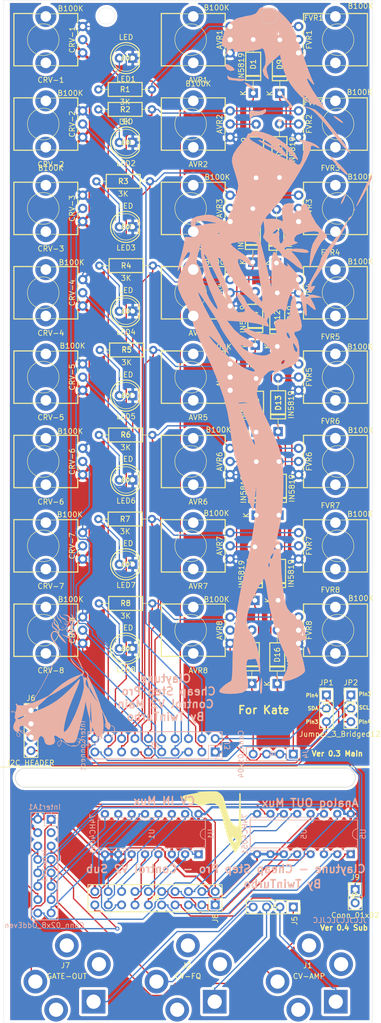
<source format=kicad_pcb>
(kicad_pcb (version 20171130) (host pcbnew "(5.1.7)-1")
  (layers (0 F.Cu signal) (31 B.Cu signal) (34 B.Paste user) (35 F.Paste user) (36 B.SilkS user) (37 F.SilkS user) (38 B.Mask user) (39 F.Mask user) (44 Edge.Cuts user))
  (net 0 "")
  (module Package_DIP:DIP-16_W7.62mm (layer B.Cu) (at 110.04 165.42 90)
    (fp_text reference U1 (at 3.81 2.33 90) (layer B.SilkS) (effects (justify mirror)))
    (fp_text value 74HC4051 (at 3.81 -20.11 90) (layer B.SilkS) (effects (justify mirror)))
    (fp_text user %R (at 3.81 -8.89 90) (layer B.SilkS) (effects (justify mirror)))
    (pad 1 thru_hole rect (at 0 0 90) (size 1.6 1.6) (drill 0.8) (layers *.Cu *.Mask))
    (pad 9 thru_hole oval (at 7.62 -17.78 90) (size 1.6 1.6) (drill 0.8) (layers *.Cu *.Mask))
    (pad 2 thru_hole oval (at 0 -2.54 90) (size 1.6 1.6) (drill 0.8) (layers *.Cu *.Mask))
    (pad 10 thru_hole oval (at 7.62 -15.24 90) (size 1.6 1.6) (drill 0.8) (layers *.Cu *.Mask))
    (pad 3 thru_hole oval (at 0 -5.08 90) (size 1.6 1.6) (drill 0.8) (layers *.Cu *.Mask))
    (pad 11 thru_hole oval (at 7.62 -12.7 90) (size 1.6 1.6) (drill 0.8) (layers *.Cu *.Mask))
    (pad 4 thru_hole oval (at 0 -7.62 90) (size 1.6 1.6) (drill 0.8) (layers *.Cu *.Mask))
    (pad 12 thru_hole oval (at 7.62 -10.16 90) (size 1.6 1.6) (drill 0.8) (layers *.Cu *.Mask))
    (pad 5 thru_hole oval (at 0 -10.16 90) (size 1.6 1.6) (drill 0.8) (layers *.Cu *.Mask))
    (pad 13 thru_hole oval (at 7.62 -7.62 90) (size 1.6 1.6) (drill 0.8) (layers *.Cu *.Mask))
    (pad 6 thru_hole oval (at 0 -12.7 90) (size 1.6 1.6) (drill 0.8) (layers *.Cu *.Mask))
    (pad 14 thru_hole oval (at 7.62 -5.08 90) (size 1.6 1.6) (drill 0.8) (layers *.Cu *.Mask))
    (pad 7 thru_hole oval (at 0 -15.24 90) (size 1.6 1.6) (drill 0.8) (layers *.Cu *.Mask))
    (pad 15 thru_hole oval (at 7.62 -2.54 90) (size 1.6 1.6) (drill 0.8) (layers *.Cu *.Mask))
    (pad 8 thru_hole oval (at 0 -17.78 90) (size 1.6 1.6) (drill 0.8) (layers *.Cu *.Mask))
    (pad 16 thru_hole oval (at 7.62 0 90) (size 1.6 1.6) (drill 0.8) (layers *.Cu *.Mask))
  )
  (module Package_DIP:DIP-16_W7.62mm (layer B.Cu) (at 138.94 165.4 90)
    (fp_text reference U5 (at 3.81 2.33 270) (layer B.SilkS) (effects (justify mirror)))
    (fp_text value 74HC4051 (at 3.81 -20.11 270) (layer B.SilkS) (effects (justify mirror)))
    (fp_text user %R (at 3.81 -8.89 270) (layer B.SilkS) (effects (justify mirror)))
    (pad 1 thru_hole rect (at 0 0 90) (size 1.6 1.6) (drill 0.8) (layers *.Cu *.Mask))
    (pad 9 thru_hole oval (at 7.62 -17.78 90) (size 1.6 1.6) (drill 0.8) (layers *.Cu *.Mask))
    (pad 2 thru_hole oval (at 0 -2.54 90) (size 1.6 1.6) (drill 0.8) (layers *.Cu *.Mask))
    (pad 10 thru_hole oval (at 7.62 -15.24 90) (size 1.6 1.6) (drill 0.8) (layers *.Cu *.Mask))
    (pad 3 thru_hole oval (at 0 -5.08 90) (size 1.6 1.6) (drill 0.8) (layers *.Cu *.Mask))
    (pad 11 thru_hole oval (at 7.62 -12.7 90) (size 1.6 1.6) (drill 0.8) (layers *.Cu *.Mask))
    (pad 4 thru_hole oval (at 0 -7.62 90) (size 1.6 1.6) (drill 0.8) (layers *.Cu *.Mask))
    (pad 12 thru_hole oval (at 7.62 -10.16 90) (size 1.6 1.6) (drill 0.8) (layers *.Cu *.Mask))
    (pad 5 thru_hole oval (at 0 -10.16 90) (size 1.6 1.6) (drill 0.8) (layers *.Cu *.Mask))
    (pad 13 thru_hole oval (at 7.62 -7.62 90) (size 1.6 1.6) (drill 0.8) (layers *.Cu *.Mask))
    (pad 6 thru_hole oval (at 0 -12.7 90) (size 1.6 1.6) (drill 0.8) (layers *.Cu *.Mask))
    (pad 14 thru_hole oval (at 7.62 -5.08 90) (size 1.6 1.6) (drill 0.8) (layers *.Cu *.Mask))
    (pad 7 thru_hole oval (at 0 -15.24 90) (size 1.6 1.6) (drill 0.8) (layers *.Cu *.Mask))
    (pad 15 thru_hole oval (at 7.62 -2.54 90) (size 1.6 1.6) (drill 0.8) (layers *.Cu *.Mask))
    (pad 8 thru_hole oval (at 0 -17.78 90) (size 1.6 1.6) (drill 0.8) (layers *.Cu *.Mask))
    (pad 16 thru_hole oval (at 7.62 0 90) (size 1.6 1.6) (drill 0.8) (layers *.Cu *.Mask))
  )
  (module LED_THT:LED_D5.0mm (layer F.Cu) (at 97.54 46.44 180)
    (fp_text reference LED3 (at 1.27 -3.96) (layer F.SilkS))
    (fp_text value LED (at 1.27 3.96) (layer F.SilkS))
    (fp_text user %R (at 1.25 0) (layer F.SilkS) (effects (font (size 0.8 0.8) (thickness 0.2))))
    (pad 2 thru_hole circle (at 2.54 0 180) (size 1.8 1.8) (drill 0.9) (layers *.Cu *.Mask))
    (pad 1 thru_hole rect (at 0 0 180) (size 1.8 1.8) (drill 0.9) (layers *.Cu *.Mask))
  )
  (module Connector_PinHeader_2.54mm:PinHeader_2x08_P2.54mm_Vertical (layer B.Cu) (at 82.044 158.796 180)
    (fp_text reference Inter1A1 (at 1.27 2.33 180) (layer B.SilkS) (effects (justify mirror)))
    (fp_text value Conn_02x8_OddEven (at 1.27 -20.11 180) (layer B.SilkS) (effects (justify mirror)))
    (fp_text user %R (at 1.27 -8.89 90) (layer B.SilkS) (effects (justify mirror)))
    (pad 1 thru_hole rect (at 0 0 180) (size 1.7 1.7) (drill 1) (layers *.Cu *.Mask))
    (pad 2 thru_hole oval (at 2.54 0 180) (size 1.7 1.7) (drill 1) (layers *.Cu *.Mask))
    (pad 3 thru_hole oval (at 0 -2.54 180) (size 1.7 1.7) (drill 1) (layers *.Cu *.Mask))
    (pad 4 thru_hole oval (at 2.54 -2.54 180) (size 1.7 1.7) (drill 1) (layers *.Cu *.Mask))
    (pad 5 thru_hole oval (at 0 -5.08 180) (size 1.7 1.7) (drill 1) (layers *.Cu *.Mask))
    (pad 6 thru_hole oval (at 2.54 -5.08 180) (size 1.7 1.7) (drill 1) (layers *.Cu *.Mask))
    (pad 7 thru_hole oval (at 0 -7.62 180) (size 1.7 1.7) (drill 1) (layers *.Cu *.Mask))
    (pad 8 thru_hole oval (at 2.54 -7.62 180) (size 1.7 1.7) (drill 1) (layers *.Cu *.Mask))
    (pad 9 thru_hole oval (at 0 -10.16 180) (size 1.7 1.7) (drill 1) (layers *.Cu *.Mask))
    (pad 10 thru_hole oval (at 2.54 -10.16 180) (size 1.7 1.7) (drill 1) (layers *.Cu *.Mask))
    (pad 11 thru_hole oval (at 0 -12.7 180) (size 1.7 1.7) (drill 1) (layers *.Cu *.Mask))
    (pad 12 thru_hole oval (at 2.54 -12.7 180) (size 1.7 1.7) (drill 1) (layers *.Cu *.Mask))
    (pad 13 thru_hole oval (at 0 -15.24 180) (size 1.7 1.7) (drill 1) (layers *.Cu *.Mask))
    (pad 14 thru_hole oval (at 2.54 -15.24 180) (size 1.7 1.7) (drill 1) (layers *.Cu *.Mask))
    (pad 15 thru_hole oval (at 0 -17.78 180) (size 1.7 1.7) (drill 1) (layers *.Cu *.Mask))
    (pad 16 thru_hole oval (at 2.54 -17.78 180) (size 1.7 1.7) (drill 1) (layers *.Cu *.Mask))
  )
  (module Connector_PinHeader_2.54mm:PinHeader_1x04_P2.54mm_Vertical (layer B.Cu) (at 128.04 146.44 90)
    (fp_text reference J4 (at 0 2.33 -90) (layer B.SilkS) (effects (justify mirror)))
    (fp_text value Conn_01x04 (at 0 -9.95 -90) (layer B.SilkS) (effects (justify mirror)))
    (fp_text user %R (at 0 -3.81) (layer B.SilkS) (effects (justify mirror)))
    (pad 1 thru_hole rect (at 0 0 90) (size 1.7 1.7) (drill 1) (layers *.Cu *.Mask))
    (pad 2 thru_hole oval (at 0 -2.54 90) (size 1.7 1.7) (drill 1) (layers *.Cu *.Mask))
    (pad 3 thru_hole oval (at 0 -5.08 90) (size 1.7 1.7) (drill 1) (layers *.Cu *.Mask))
    (pad 4 thru_hole oval (at 0 -7.62 90) (size 1.7 1.7) (drill 1) (layers *.Cu *.Mask))
  )
  (module Diode_THT:D_A-405_P10.16mm_Horizontal (layer F.Cu) (at 120.74 117.29 90)
    (fp_text reference D7 (at 5.5348 0.0136 90) (layer F.SilkS))
    (fp_text value IN5819 (at 4.976 -2.5264 90) (layer F.SilkS))
    (fp_text user %R (at 5.47 0 90) (layer F.SilkS))
    (fp_text user K (at 0 -1.9 90) (layer F.SilkS))
    (fp_text user K (at 0 -1.9 90) (layer F.SilkS))
    (pad 1 thru_hole rect (at 0 0 90) (size 1.8 1.8) (drill 0.9) (layers *.Cu *.Mask))
    (pad 2 thru_hole oval (at 10.16 0 90) (size 1.8 1.8) (drill 0.9) (layers *.Cu *.Mask))
  )
  (module LED_THT:LED_D5.0mm (layer F.Cu) (at 97.54 110.44 180)
    (fp_text reference LED7 (at 1.27 -3.96) (layer F.SilkS))
    (fp_text value LED (at 1.27 3.96) (layer F.SilkS))
    (fp_text user %R (at 1.25 0) (layer F.SilkS) (effects (font (size 0.8 0.8) (thickness 0.2))))
    (pad 2 thru_hole circle (at 2.54 0 180) (size 1.8 1.8) (drill 0.9) (layers *.Cu *.Mask))
    (pad 1 thru_hole rect (at 0 0 180) (size 1.8 1.8) (drill 0.9) (layers *.Cu *.Mask))
  )
  (module LED_THT:LED_D5.0mm (layer F.Cu) (at 97.54 94.44 180)
    (fp_text reference LED6 (at 1.27 -3.96) (layer F.SilkS))
    (fp_text value LED (at 1.27 3.96) (layer F.SilkS))
    (fp_text user %R (at 1.25 0) (layer F.SilkS) (effects (font (size 0.8 0.8) (thickness 0.2))))
    (pad 1 thru_hole rect (at 0 0 180) (size 1.8 1.8) (drill 0.9) (layers *.Cu *.Mask))
    (pad 2 thru_hole circle (at 2.54 0 180) (size 1.8 1.8) (drill 0.9) (layers *.Cu *.Mask))
  )
  (module Resistor_THT:R_Axial_DIN0207_L6.3mm_D2.5mm_P10.16mm_Horizontal (layer F.Cu) (at 91.023 20.3787)
    (fp_text reference R1 (at 5.08 -0.0152) (layer F.SilkS))
    (fp_text value 3K (at 5.08 2.37) (layer F.SilkS))
    (fp_text user %R (at 5.08 0) (layer F.SilkS))
    (pad 1 thru_hole circle (at 0 0) (size 1.6 1.6) (drill 0.8) (layers *.Cu *.Mask))
    (pad 2 thru_hole oval (at 10.16 0) (size 1.6 1.6) (drill 0.8) (layers *.Cu *.Mask))
  )
  (module Resistor_THT:R_Axial_DIN0207_L6.3mm_D2.5mm_P10.16mm_Horizontal (layer F.Cu) (at 91.11 85.91)
    (fp_text reference R6 (at 5.1326 -0.0628) (layer F.SilkS))
    (fp_text value 3K (at 5.08 2.37) (layer F.SilkS))
    (fp_text user %R (at 5.08 0) (layer F.SilkS))
    (pad 2 thru_hole oval (at 10.16 0) (size 1.6 1.6) (drill 0.8) (layers *.Cu *.Mask))
    (pad 1 thru_hole circle (at 0 0) (size 1.6 1.6) (drill 0.8) (layers *.Cu *.Mask))
  )
  (module LED_THT:LED_D5.0mm (layer F.Cu) (at 97.54 126.44 180)
    (fp_text reference LED8 (at 1.27 -3.96) (layer F.SilkS))
    (fp_text value LED (at 1.27 3.96) (layer F.SilkS))
    (fp_text user %R (at 1.25 0) (layer F.SilkS) (effects (font (size 0.8 0.8) (thickness 0.2))))
    (pad 1 thru_hole rect (at 0 0 180) (size 1.8 1.8) (drill 0.9) (layers *.Cu *.Mask))
    (pad 2 thru_hole circle (at 2.54 0 180) (size 1.8 1.8) (drill 0.9) (layers *.Cu *.Mask))
  )
  (module Resistor_THT:R_Axial_DIN0207_L6.3mm_D2.5mm_P10.16mm_Horizontal (layer F.Cu) (at 91.11 117.86)
    (fp_text reference R8 (at 5.08 -0.0596) (layer F.SilkS))
    (fp_text value 3K (at 5.08 2.37) (layer F.SilkS))
    (fp_text user %R (at 5.08 0) (layer F.SilkS))
    (pad 2 thru_hole oval (at 10.16 0) (size 1.6 1.6) (drill 0.8) (layers *.Cu *.Mask))
    (pad 1 thru_hole circle (at 0 0) (size 1.6 1.6) (drill 0.8) (layers *.Cu *.Mask))
  )
  (module Resistor_THT:R_Axial_DIN0207_L6.3mm_D2.5mm_P10.16mm_Horizontal (layer F.Cu) (at 91.2 53.79)
    (fp_text reference R4 (at 5.0934 0.0278) (layer F.SilkS))
    (fp_text value 3K (at 5.08 2.37) (layer F.SilkS))
    (fp_text user %R (at 5.08 0) (layer F.SilkS))
    (pad 2 thru_hole oval (at 10.16 0) (size 1.6 1.6) (drill 0.8) (layers *.Cu *.Mask))
    (pad 1 thru_hole circle (at 0 0) (size 1.6 1.6) (drill 0.8) (layers *.Cu *.Mask))
  )
  (module Resistor_THT:R_Axial_DIN0207_L6.3mm_D2.5mm_P10.16mm_Horizontal (layer F.Cu) (at 90.65 37.81)
    (fp_text reference R3 (at 5.1354 -0.0196) (layer F.SilkS))
    (fp_text value 3K (at 5.08 2.37) (layer F.SilkS))
    (fp_text user %R (at 5.08 0) (layer F.SilkS))
    (pad 1 thru_hole circle (at 0 0) (size 1.6 1.6) (drill 0.8) (layers *.Cu *.Mask))
    (pad 2 thru_hole oval (at 10.16 0) (size 1.6 1.6) (drill 0.8) (layers *.Cu *.Mask))
  )
  (module Resistor_THT:R_Axial_DIN0207_L6.3mm_D2.5mm_P10.16mm_Horizontal (layer F.Cu) (at 91.02 101.85)
    (fp_text reference R7 (at 5.0702 0.0246) (layer F.SilkS))
    (fp_text value 3K (at 5.08 2.37) (layer F.SilkS))
    (fp_text user %R (at 5.08 0) (layer F.SilkS))
    (pad 1 thru_hole circle (at 0 0) (size 1.6 1.6) (drill 0.8) (layers *.Cu *.Mask))
    (pad 2 thru_hole oval (at 10.16 0) (size 1.6 1.6) (drill 0.8) (layers *.Cu *.Mask))
  )
  (module LED_THT:LED_D5.0mm (layer F.Cu) (at 97.54 62.44 180)
    (fp_text reference LED4 (at 1.27 -3.96) (layer F.SilkS))
    (fp_text value LED (at 1.27 3.96) (layer F.SilkS))
    (fp_text user %R (at 1.25 0) (layer F.SilkS) (effects (font (size 0.8 0.8) (thickness 0.2))))
    (pad 1 thru_hole rect (at 0 0 180) (size 1.8 1.8) (drill 0.9) (layers *.Cu *.Mask))
    (pad 2 thru_hole circle (at 2.54 0 180) (size 1.8 1.8) (drill 0.9) (layers *.Cu *.Mask))
  )
  (module Resistor_THT:R_Axial_DIN0207_L6.3mm_D2.5mm_P10.16mm_Horizontal (layer F.Cu) (at 91.023 24.1633)
    (fp_text reference R2 (at 5.121 0.0038) (layer F.SilkS))
    (fp_text value 3K (at 5.08 2.37) (layer F.SilkS))
    (fp_text user %R (at 5.08 0) (layer F.SilkS))
    (pad 2 thru_hole oval (at 10.16 0) (size 1.6 1.6) (drill 0.8) (layers *.Cu *.Mask))
    (pad 1 thru_hole circle (at 0 0) (size 1.6 1.6) (drill 0.8) (layers *.Cu *.Mask))
  )
  (module Resistor_THT:R_Axial_DIN0207_L6.3mm_D2.5mm_P10.16mm_Horizontal (layer F.Cu) (at 91.29 69.79)
    (fp_text reference R5 (at 5.105 -0.0972) (layer F.SilkS))
    (fp_text value 3K (at 5.08 2.37) (layer F.SilkS))
    (fp_text user %R (at 5.08 0) (layer F.SilkS))
    (pad 1 thru_hole circle (at 0 0) (size 1.6 1.6) (drill 0.8) (layers *.Cu *.Mask))
    (pad 2 thru_hole oval (at 10.16 0) (size 1.6 1.6) (drill 0.8) (layers *.Cu *.Mask))
  )
  (module Diode_THT:D_A-405_P10.16mm_Horizontal (layer F.Cu) (at 124.84 53.29 90)
    (fp_text reference D11 (at 5.4412 -0.0732 90) (layer F.SilkS))
    (fp_text value IN5819 (at 5.08 2.47 90) (layer F.SilkS))
    (fp_text user K (at 0 -1.9 90) (layer F.SilkS))
    (fp_text user K (at 0 -1.9 90) (layer F.SilkS))
    (fp_text user %R (at 5.47 0 90) (layer F.SilkS))
    (pad 2 thru_hole oval (at 10.16 0 90) (size 1.8 1.8) (drill 0.9) (layers *.Cu *.Mask))
    (pad 1 thru_hole rect (at 0 0 90) (size 1.8 1.8) (drill 0.9) (layers *.Cu *.Mask))
  )
  (module Diode_THT:D_A-405_P10.16mm_Horizontal (layer F.Cu) (at 120.16 133.05 90)
    (fp_text reference D8 (at 5.5468 0.0348 90) (layer F.SilkS))
    (fp_text value IN5819 (at 5.0896 -2.3528 90) (layer F.SilkS))
    (fp_text user K (at 0 -1.9 90) (layer F.SilkS))
    (fp_text user K (at 0 -1.9 90) (layer F.SilkS))
    (fp_text user %R (at 5.47 0 90) (layer F.SilkS))
    (pad 2 thru_hole oval (at 10.16 0 90) (size 1.8 1.8) (drill 0.9) (layers *.Cu *.Mask))
    (pad 1 thru_hole rect (at 0 0 90) (size 1.8 1.8) (drill 0.9) (layers *.Cu *.Mask))
  )
  (module Potentiometer_THT:Potentiometer_Alps_RK09K_Single_Vertical (layer F.Cu) (at 116.04 40.44 180)
    (fp_text reference AVR3 (at 6.05 -10.15) (layer F.SilkS))
    (fp_text value B100K (at 2.4238 3.437) (layer F.SilkS))
    (fp_text user %R (at 2 -2.5 90) (layer F.SilkS))
    (pad "" np_thru_hole circle (at 7 1.9 180) (size 4 4) (drill 2) (layers *.Cu *.Mask))
    (pad "" np_thru_hole circle (at 7 -6.9 180) (size 4 4) (drill 2) (layers *.Cu *.Mask))
    (pad 1 thru_hole circle (at 0 0 180) (size 1.8 1.8) (drill 1) (layers *.Cu *.Mask))
    (pad 2 thru_hole circle (at 0 -2.5 180) (size 1.8 1.8) (drill 1) (layers *.Cu *.Mask))
    (pad 3 thru_hole circle (at 0 -5 180) (size 1.8 1.8) (drill 1) (layers *.Cu *.Mask))
  )
  (module Potentiometer_THT:Potentiometer_Alps_RK09K_Single_Vertical (layer F.Cu) (at 88.04 120.44 180)
    (fp_text reference CRV-8 (at 6.05 -10.15) (layer F.SilkS))
    (fp_text value B100K (at 2.2622 3.3508) (layer F.SilkS))
    (fp_text user %R (at 2 -2.5 90) (layer F.SilkS))
    (pad "" np_thru_hole circle (at 7 1.9 180) (size 4 4) (drill 2) (layers *.Cu *.Mask))
    (pad "" np_thru_hole circle (at 7 -6.9 180) (size 4 4) (drill 2) (layers *.Cu *.Mask))
    (pad 1 thru_hole circle (at 0 0 180) (size 1.8 1.8) (drill 1) (layers *.Cu *.Mask))
    (pad 2 thru_hole circle (at 0 -2.5 180) (size 1.8 1.8) (drill 1) (layers *.Cu *.Mask))
    (pad 3 thru_hole circle (at 0 -5 180) (size 1.8 1.8) (drill 1) (layers *.Cu *.Mask))
  )
  (module Diode_THT:D_A-405_P10.16mm_Horizontal (layer F.Cu) (at 120.82 68.88 90)
    (fp_text reference D4 (at 5.461 0.0606 90) (layer F.SilkS))
    (fp_text value IN5819 (at 4.953 -2.327 90) (layer F.SilkS))
    (fp_text user K (at 0 -1.9 90) (layer F.SilkS))
    (fp_text user K (at 0 -1.9 90) (layer F.SilkS))
    (fp_text user %R (at 5.47 0 90) (layer F.SilkS))
    (pad 2 thru_hole oval (at 10.16 0 90) (size 1.8 1.8) (drill 0.9) (layers *.Cu *.Mask))
    (pad 1 thru_hole rect (at 0 0 90) (size 1.8 1.8) (drill 0.9) (layers *.Cu *.Mask))
  )
  (module Diode_THT:D_A-405_P10.16mm_Horizontal (layer F.Cu) (at 120.43 21.07 90)
    (fp_text reference D1 (at 5.4538 -0.0066 90) (layer F.SilkS))
    (fp_text value IN5819 (at 4.9966 -2.2672 90) (layer F.SilkS))
    (fp_text user K (at 0 -1.9 90) (layer F.SilkS))
    (fp_text user K (at 0 -1.9 90) (layer F.SilkS))
    (fp_text user %R (at 5.47 0 90) (layer F.SilkS))
    (pad 2 thru_hole oval (at 10.16 0 90) (size 1.8 1.8) (drill 0.9) (layers *.Cu *.Mask))
    (pad 1 thru_hole rect (at 0 0 90) (size 1.8 1.8) (drill 0.9) (layers *.Cu *.Mask))
  )
  (module Potentiometer_THT:Potentiometer_Alps_RK09K_Single_Vertical (layer F.Cu) (at 88.04 104.44 180)
    (fp_text reference CRV-7 (at 6.05 -10.15) (layer F.SilkS))
    (fp_text value B100K (at 2.44 3.429) (layer F.SilkS))
    (fp_text user %R (at 2 -2.5 90) (layer F.SilkS))
    (pad "" np_thru_hole circle (at 7 1.9 180) (size 4 4) (drill 2) (layers *.Cu *.Mask))
    (pad "" np_thru_hole circle (at 7 -6.9 180) (size 4 4) (drill 2) (layers *.Cu *.Mask))
    (pad 1 thru_hole circle (at 0 0 180) (size 1.8 1.8) (drill 1) (layers *.Cu *.Mask))
    (pad 2 thru_hole circle (at 0 -2.5 180) (size 1.8 1.8) (drill 1) (layers *.Cu *.Mask))
    (pad 3 thru_hole circle (at 0 -5 180) (size 1.8 1.8) (drill 1) (layers *.Cu *.Mask))
  )
  (module Potentiometer_THT:Potentiometer_Alps_RK09K_Single_Vertical (layer F.Cu) (at 88.04 72.44 180)
    (fp_text reference CRV-5 (at 6.05 -10.15) (layer F.SilkS))
    (fp_text value B100K (at 1.932 3.433) (layer F.SilkS))
    (fp_text user %R (at 2 -2.5 90) (layer F.SilkS))
    (pad 3 thru_hole circle (at 0 -5 180) (size 1.8 1.8) (drill 1) (layers *.Cu *.Mask))
    (pad 2 thru_hole circle (at 0 -2.5 180) (size 1.8 1.8) (drill 1) (layers *.Cu *.Mask))
    (pad 1 thru_hole circle (at 0 0 180) (size 1.8 1.8) (drill 1) (layers *.Cu *.Mask))
    (pad "" np_thru_hole circle (at 7 -6.9 180) (size 4 4) (drill 2) (layers *.Cu *.Mask))
    (pad "" np_thru_hole circle (at 7 1.9 180) (size 4 4) (drill 2) (layers *.Cu *.Mask))
  )
  (module Potentiometer_THT:Potentiometer_Alps_RK09K_Single_Vertical (layer F.Cu) (at 88.04 56.44 180)
    (fp_text reference CRV-4 (at 6.05 -10.15) (layer F.SilkS))
    (fp_text value B100K (at 2.1098 3.2572) (layer F.SilkS))
    (fp_text user %R (at 2 -2.5 90) (layer F.SilkS))
    (pad 3 thru_hole circle (at 0 -5 180) (size 1.8 1.8) (drill 1) (layers *.Cu *.Mask))
    (pad 2 thru_hole circle (at 0 -2.5 180) (size 1.8 1.8) (drill 1) (layers *.Cu *.Mask))
    (pad 1 thru_hole circle (at 0 0 180) (size 1.8 1.8) (drill 1) (layers *.Cu *.Mask))
    (pad "" np_thru_hole circle (at 7 -6.9 180) (size 4 4) (drill 2) (layers *.Cu *.Mask))
    (pad "" np_thru_hole circle (at 7 1.9 180) (size 4 4) (drill 2) (layers *.Cu *.Mask))
  )
  (module Diode_THT:D_A-405_P10.16mm_Horizontal (layer F.Cu) (at 120.36 53.13 90)
    (fp_text reference D3 (at 5.5098 0.038 90) (layer F.SilkS))
    (fp_text value IN5819 (at 5.0018 -2.248 90) (layer F.SilkS))
    (fp_text user K (at 0 -1.9 90) (layer F.SilkS))
    (fp_text user K (at 0 -1.9 90) (layer F.SilkS))
    (fp_text user %R (at 5.47 0 90) (layer F.SilkS))
    (pad 2 thru_hole oval (at 10.16 0 90) (size 1.8 1.8) (drill 0.9) (layers *.Cu *.Mask))
    (pad 1 thru_hole rect (at 0 0 90) (size 1.8 1.8) (drill 0.9) (layers *.Cu *.Mask))
  )
  (module Connector_PinHeader_2.54mm:PinHeader_1x04_P2.54mm_Vertical (layer F.Cu) (at 78.22 138.16)
    (fp_text reference J6 (at 0 -2.33) (layer F.SilkS))
    (fp_text value "I2C HEADER" (at 0 9.95) (layer F.SilkS))
    (fp_text user %R (at 0 3.81 90) (layer F.SilkS))
    (pad 1 thru_hole rect (at 0 0) (size 1.7 1.7) (drill 1) (layers *.Cu *.Mask))
    (pad 2 thru_hole oval (at 0 2.54) (size 1.7 1.7) (drill 1) (layers *.Cu *.Mask))
    (pad 3 thru_hole oval (at 0 5.08) (size 1.7 1.7) (drill 1) (layers *.Cu *.Mask))
    (pad 4 thru_hole oval (at 0 7.62) (size 1.7 1.7) (drill 1) (layers *.Cu *.Mask))
  )
  (module Potentiometer_THT:Potentiometer_Alps_RK09K_Single_Vertical (layer F.Cu) (at 88.04 24.44 180)
    (fp_text reference CRV-2 (at 6.05 -10.15) (layer F.SilkS))
    (fp_text value B100K (at 2.3384 3.3628) (layer F.SilkS))
    (fp_text user %R (at 2 -2.5 90) (layer F.SilkS))
    (pad "" np_thru_hole circle (at 7 1.9 180) (size 4 4) (drill 2) (layers *.Cu *.Mask))
    (pad "" np_thru_hole circle (at 7 -6.9 180) (size 4 4) (drill 2) (layers *.Cu *.Mask))
    (pad 1 thru_hole circle (at 0 0 180) (size 1.8 1.8) (drill 1) (layers *.Cu *.Mask))
    (pad 2 thru_hole circle (at 0 -2.5 180) (size 1.8 1.8) (drill 1) (layers *.Cu *.Mask))
    (pad 3 thru_hole circle (at 0 -5 180) (size 1.8 1.8) (drill 1) (layers *.Cu *.Mask))
  )
  (module Diode_THT:D_A-405_P10.16mm_Horizontal (layer F.Cu) (at 124.99 133.08 90)
    (fp_text reference D16 (at 5.4752 0.0054 90) (layer F.SilkS))
    (fp_text value IN5819 (at 5.08 2.47 90) (layer F.SilkS))
    (fp_text user %R (at 5.47 0 90) (layer F.SilkS))
    (fp_text user K (at 0 -1.9 90) (layer F.SilkS))
    (fp_text user K (at 0 -1.9 90) (layer F.SilkS))
    (pad 1 thru_hole rect (at 0 0 90) (size 1.8 1.8) (drill 0.9) (layers *.Cu *.Mask))
    (pad 2 thru_hole oval (at 10.16 0 90) (size 1.8 1.8) (drill 0.9) (layers *.Cu *.Mask))
  )
  (module Potentiometer_THT:Potentiometer_Alps_RK09K_Single_Vertical (layer F.Cu) (at 116.04 104.44 180)
    (fp_text reference AVR7 (at 6.05 -10.15) (layer F.SilkS))
    (fp_text value B100K (at 2.6016 3.683) (layer F.SilkS))
    (fp_text user %R (at 2 -2.5 90) (layer F.SilkS))
    (pad 3 thru_hole circle (at 0 -5 180) (size 1.8 1.8) (drill 1) (layers *.Cu *.Mask))
    (pad 2 thru_hole circle (at 0 -2.5 180) (size 1.8 1.8) (drill 1) (layers *.Cu *.Mask))
    (pad 1 thru_hole circle (at 0 0 180) (size 1.8 1.8) (drill 1) (layers *.Cu *.Mask))
    (pad "" np_thru_hole circle (at 7 -6.9 180) (size 4 4) (drill 2) (layers *.Cu *.Mask))
    (pad "" np_thru_hole circle (at 7 1.9 180) (size 4 4) (drill 2) (layers *.Cu *.Mask))
  )
  (module Potentiometer_THT:Potentiometer_Alps_RK09K_Single_Vertical (layer F.Cu) (at 129.04 77.44)
    (fp_text reference FVR5 (at 6.05 -10.15) (layer F.SilkS))
    (fp_text value B100K (at 11.678 -8.2552) (layer F.SilkS))
    (fp_text user %R (at 2 -2.5 90) (layer F.SilkS))
    (pad "" np_thru_hole circle (at 7 1.9) (size 4 4) (drill 2) (layers *.Cu *.Mask))
    (pad "" np_thru_hole circle (at 7 -6.9) (size 4 4) (drill 2) (layers *.Cu *.Mask))
    (pad 1 thru_hole circle (at 0 0) (size 1.8 1.8) (drill 1) (layers *.Cu *.Mask))
    (pad 2 thru_hole circle (at 0 -2.5) (size 1.8 1.8) (drill 1) (layers *.Cu *.Mask))
    (pad 3 thru_hole circle (at 0 -5) (size 1.8 1.8) (drill 1) (layers *.Cu *.Mask))
  )
  (module Potentiometer_THT:Potentiometer_Alps_RK09K_Single_Vertical (layer F.Cu) (at 129.04 45.44)
    (fp_text reference FVR3 (at 6.05 -10.15) (layer F.SilkS))
    (fp_text value B100K (at 11.7288 -8.4878) (layer F.SilkS))
    (fp_text user %R (at 2 -2.5 90) (layer F.SilkS))
    (pad "" np_thru_hole circle (at 7 1.9) (size 4 4) (drill 2) (layers *.Cu *.Mask))
    (pad "" np_thru_hole circle (at 7 -6.9) (size 4 4) (drill 2) (layers *.Cu *.Mask))
    (pad 1 thru_hole circle (at 0 0) (size 1.8 1.8) (drill 1) (layers *.Cu *.Mask))
    (pad 2 thru_hole circle (at 0 -2.5) (size 1.8 1.8) (drill 1) (layers *.Cu *.Mask))
    (pad 3 thru_hole circle (at 0 -5) (size 1.8 1.8) (drill 1) (layers *.Cu *.Mask))
  )
  (module Potentiometer_THT:Potentiometer_Alps_RK09K_Single_Vertical (layer F.Cu) (at 88.04 40.44 180)
    (fp_text reference CRV-3 (at 6.05 -10.15) (layer F.SilkS))
    (fp_text value B100K (at 6.05 5.15) (layer F.SilkS))
    (fp_text user %R (at 2 -2.5 90) (layer F.SilkS))
    (pad 3 thru_hole circle (at 0 -5 180) (size 1.8 1.8) (drill 1) (layers *.Cu *.Mask))
    (pad 2 thru_hole circle (at 0 -2.5 180) (size 1.8 1.8) (drill 1) (layers *.Cu *.Mask))
    (pad 1 thru_hole circle (at 0 0 180) (size 1.8 1.8) (drill 1) (layers *.Cu *.Mask))
    (pad "" np_thru_hole circle (at 7 -6.9 180) (size 4 4) (drill 2) (layers *.Cu *.Mask))
    (pad "" np_thru_hole circle (at 7 1.9 180) (size 4 4) (drill 2) (layers *.Cu *.Mask))
  )
  (module Potentiometer_THT:Potentiometer_Alps_RK09K_Single_Vertical (layer F.Cu) (at 129.04 93.44)
    (fp_text reference FVR6 (at 6.05 -10.15) (layer F.SilkS))
    (fp_text value B100K (at 11.805 -8.431) (layer F.SilkS))
    (fp_text user %R (at 2 -2.5 90) (layer F.SilkS))
    (pad 3 thru_hole circle (at 0 -5) (size 1.8 1.8) (drill 1) (layers *.Cu *.Mask))
    (pad 2 thru_hole circle (at 0 -2.5) (size 1.8 1.8) (drill 1) (layers *.Cu *.Mask))
    (pad 1 thru_hole circle (at 0 0) (size 1.8 1.8) (drill 1) (layers *.Cu *.Mask))
    (pad "" np_thru_hole circle (at 7 -6.9) (size 4 4) (drill 2) (layers *.Cu *.Mask))
    (pad "" np_thru_hole circle (at 7 1.9) (size 4 4) (drill 2) (layers *.Cu *.Mask))
  )
  (module Connector_PinHeader_2.54mm:PinHeader_1x03_P2.54mm_Vertical (layer F.Cu) (at 138.975 135.215)
    (fp_text reference JP2 (at 0 -2.33) (layer F.SilkS))
    (fp_text value Jumper_3_Bridged12 hide)
    (fp_text user %R (at 0 2.54 90) (layer F.SilkS))
    (pad 1 thru_hole rect (at 0 0) (size 1.7 1.7) (drill 1) (layers *.Cu *.Mask))
    (pad 2 thru_hole oval (at 0 2.54) (size 1.7 1.7) (drill 1) (layers *.Cu *.Mask))
    (pad 3 thru_hole oval (at 0 5.08) (size 1.7 1.7) (drill 1) (layers *.Cu *.Mask))
  )
  (module Connector_PinSocket_2.54mm:PinSocket_1x04_P2.54mm_Vertical (layer F.Cu) (at 128.04 175.44 270)
    (fp_text reference J5 (at 2.6092 -0.2574 90) (layer F.SilkS))
    (fp_text value Conn_01x04 hide)
    (fp_text user %R (at 0 3.81) (layer F.SilkS))
    (pad 1 thru_hole rect (at 0 0 270) (size 1.7 1.7) (drill 1) (layers *.Cu *.Mask))
    (pad 2 thru_hole oval (at 0 2.54 270) (size 1.7 1.7) (drill 1) (layers *.Cu *.Mask))
    (pad 3 thru_hole oval (at 0 5.08 270) (size 1.7 1.7) (drill 1) (layers *.Cu *.Mask))
    (pad 4 thru_hole oval (at 0 7.62 270) (size 1.7 1.7) (drill 1) (layers *.Cu *.Mask))
  )
  (module Connector_Audio:Jack_6.5mmLMNC (layer F.Cu) (at 86.04 183.74)
    (fp_text reference J7 (at -1.27 2.794) (layer F.SilkS))
    (fp_text value GATE-OUT (at -1.016 4.826) (layer F.SilkS))
    (pad G thru_hole rect (at 4.064 9.652) (size 4.5 4.5) (drill 2.7) (layers *.Cu *.Mask))
    (pad S thru_hole circle (at -1.016 -1.016) (size 4.5 4.5) (drill 2.7) (layers *.Cu *.Mask))
    (pad T thru_hole circle (at -6.985 5.842) (size 4.5 4.5) (drill 2.7) (layers *.Cu *.Mask))
    (pad SN thru_hole circle (at 5.08 2.54) (size 4.5 4.5) (drill 2.7) (layers *.Cu *.Mask))
    (pad TN thru_hole circle (at -3.048 11.176) (size 4.5 4.5) (drill 2.7) (layers *.Cu *.Mask))
  )
  (module Connector_PinHeader_2.54mm:PinHeader_1x03_P2.54mm_Vertical (layer F.Cu) (at 134.325 135.215)
    (fp_text reference JP1 (at 0 -2.33) (layer F.SilkS))
    (fp_text value Jumper_3_Bridged12 (at 2.5576 7.4266) (layer F.SilkS))
    (fp_text user %R (at 0 2.54 90) (layer F.SilkS))
    (pad 3 thru_hole oval (at 0 5.08) (size 1.7 1.7) (drill 1) (layers *.Cu *.Mask))
    (pad 2 thru_hole oval (at 0 2.54) (size 1.7 1.7) (drill 1) (layers *.Cu *.Mask))
    (pad 1 thru_hole rect (at 0 0) (size 1.7 1.7) (drill 1) (layers *.Cu *.Mask))
  )
  (module Connector_Audio:Jack_6.5mmLMNC (layer F.Cu) (at 109.04 183.74)
    (fp_text reference J2 (at -1.27 2.794) (layer F.SilkS))
    (fp_text value CV-FQ (at -1.016 4.826) (layer F.SilkS))
    (pad TN thru_hole circle (at -3.048 11.176) (size 4.5 4.5) (drill 2.7) (layers *.Cu *.Mask))
    (pad SN thru_hole circle (at 5.08 2.54) (size 4.5 4.5) (drill 2.7) (layers *.Cu *.Mask))
    (pad T thru_hole circle (at -6.985 5.842) (size 4.5 4.5) (drill 2.7) (layers *.Cu *.Mask))
    (pad S thru_hole circle (at -1.016 -1.016) (size 4.5 4.5) (drill 2.7) (layers *.Cu *.Mask))
    (pad G thru_hole rect (at 4.064 9.652) (size 4.5 4.5) (drill 2.7) (layers *.Cu *.Mask))
  )
  (module Connector_Audio:Jack_6.5mmLMNC (layer F.Cu) (at 132.04 183.74)
    (fp_text reference J1 (at -1.27 2.794) (layer F.SilkS))
    (fp_text value CV-AMP (at -1.016 4.826) (layer F.SilkS))
    (pad G thru_hole rect (at 4.064 9.652) (size 4.5 4.5) (drill 2.7) (layers *.Cu *.Mask))
    (pad S thru_hole circle (at -1.016 -1.016) (size 4.5 4.5) (drill 2.7) (layers *.Cu *.Mask))
    (pad T thru_hole circle (at -6.985 5.842) (size 4.5 4.5) (drill 2.7) (layers *.Cu *.Mask))
    (pad SN thru_hole circle (at 5.08 2.54) (size 4.5 4.5) (drill 2.7) (layers *.Cu *.Mask))
    (pad TN thru_hole circle (at -3.048 11.176) (size 4.5 4.5) (drill 2.7) (layers *.Cu *.Mask))
  )
  (module Potentiometer_THT:Potentiometer_Alps_RK09K_Single_Vertical (layer F.Cu) (at 116.04 88.44 180)
    (fp_text reference AVR6 (at 6.05 -10.15) (layer F.SilkS))
    (fp_text value B100K (at 2.1952 3.5072) (layer F.SilkS))
    (fp_text user %R (at 2 -2.5 90) (layer F.SilkS))
    (pad 3 thru_hole circle (at 0 -5 180) (size 1.8 1.8) (drill 1) (layers *.Cu *.Mask))
    (pad 2 thru_hole circle (at 0 -2.5 180) (size 1.8 1.8) (drill 1) (layers *.Cu *.Mask))
    (pad 1 thru_hole circle (at 0 0 180) (size 1.8 1.8) (drill 1) (layers *.Cu *.Mask))
    (pad "" np_thru_hole circle (at 7 -6.9 180) (size 4 4) (drill 2) (layers *.Cu *.Mask))
    (pad "" np_thru_hole circle (at 7 1.9 180) (size 4 4) (drill 2) (layers *.Cu *.Mask))
  )
  (module Potentiometer_THT:Potentiometer_Alps_RK09K_Single_Vertical (layer F.Cu) (at 88.04 8.44 180)
    (fp_text reference CRV-1 (at 6.05 -10.15) (layer F.SilkS))
    (fp_text value B100K (at 2.2876 3.4156) (layer F.SilkS))
    (fp_text user %R (at 2 -2.5 90) (layer F.SilkS))
    (pad 3 thru_hole circle (at 0 -5 180) (size 1.8 1.8) (drill 1) (layers *.Cu *.Mask))
    (pad 2 thru_hole circle (at 0 -2.5 180) (size 1.8 1.8) (drill 1) (layers *.Cu *.Mask))
    (pad 1 thru_hole circle (at 0 0 180) (size 1.8 1.8) (drill 1) (layers *.Cu *.Mask))
    (pad "" np_thru_hole circle (at 7 -6.9 180) (size 4 4) (drill 2) (layers *.Cu *.Mask))
    (pad "" np_thru_hole circle (at 7 1.9 180) (size 4 4) (drill 2) (layers *.Cu *.Mask))
  )
  (module Potentiometer_THT:Potentiometer_Alps_RK09K_Single_Vertical (layer F.Cu) (at 116.04 72.44 180)
    (fp_text reference AVR5 (at 6.05 -10.15) (layer F.SilkS))
    (fp_text value B100K (at 2.1444 3.2298) (layer F.SilkS))
    (fp_text user %R (at 2 -2.5 90) (layer F.SilkS))
    (pad "" np_thru_hole circle (at 7 1.9 180) (size 4 4) (drill 2) (layers *.Cu *.Mask))
    (pad "" np_thru_hole circle (at 7 -6.9 180) (size 4 4) (drill 2) (layers *.Cu *.Mask))
    (pad 1 thru_hole circle (at 0 0 180) (size 1.8 1.8) (drill 1) (layers *.Cu *.Mask))
    (pad 2 thru_hole circle (at 0 -2.5 180) (size 1.8 1.8) (drill 1) (layers *.Cu *.Mask))
    (pad 3 thru_hole circle (at 0 -5 180) (size 1.8 1.8) (drill 1) (layers *.Cu *.Mask))
  )
  (module Diode_THT:D_A-405_P10.16mm_Horizontal (layer F.Cu) (at 120.97 85.36 90)
    (fp_text reference D5 (at 5.5072 0.063 90) (layer F.SilkS))
    (fp_text value IN5819 (at 4.8468 -2.2484 90) (layer F.SilkS))
    (fp_text user %R (at 5.47 0 90) (layer F.SilkS))
    (fp_text user K (at 0 -1.9 90) (layer F.SilkS))
    (fp_text user K (at 0 -1.9 90) (layer F.SilkS))
    (pad 1 thru_hole rect (at 0 0 90) (size 1.8 1.8) (drill 0.9) (layers *.Cu *.Mask))
    (pad 2 thru_hole oval (at 10.16 0 90) (size 1.8 1.8) (drill 0.9) (layers *.Cu *.Mask))
  )
  (module Potentiometer_THT:Potentiometer_Alps_RK09K_Single_Vertical (layer F.Cu) (at 116.04 120.44 180)
    (fp_text reference AVR8 (at 6.05 -10.15) (layer F.SilkS))
    (fp_text value B100K (at 2.5762 3.3508) (layer F.SilkS))
    (fp_text user %R (at 2 -2.5 90) (layer F.SilkS))
    (pad 3 thru_hole circle (at 0 -5 180) (size 1.8 1.8) (drill 1) (layers *.Cu *.Mask))
    (pad 2 thru_hole circle (at 0 -2.5 180) (size 1.8 1.8) (drill 1) (layers *.Cu *.Mask))
    (pad 1 thru_hole circle (at 0 0 180) (size 1.8 1.8) (drill 1) (layers *.Cu *.Mask))
    (pad "" np_thru_hole circle (at 7 -6.9 180) (size 4 4) (drill 2) (layers *.Cu *.Mask))
    (pad "" np_thru_hole circle (at 7 1.9 180) (size 4 4) (drill 2) (layers *.Cu *.Mask))
  )
  (module ROBSLIBRARY:shoebw (layer F.Cu) (at 112.8288 159.2786 180)
    (fp_text reference g3 hide)
    (fp_text value LOGO hide)
  )
  (module ROBSLIBRARY:K6neg (layer B.Cu) (at 122.176 70.15 180)
    (fp_text reference g2 hide)
    (fp_text value LOGO hide)
  )
  (module Connector_PinHeader_2.54mm:PinHeader_2x10_P2.54mm_Vertical (layer B.Cu) (at 113.21 146.04 90)
    (fp_text reference J3 (at 1.27 2.33 90) (layer B.SilkS) (effects (justify mirror)))
    (fp_text value InterConnect (at 1.27 -25.19 90) (layer B.SilkS) (effects (justify mirror)))
    (fp_text user %R (at 1.27 -11.43 180) (layer B.SilkS) (effects (justify mirror)))
    (pad 1 thru_hole rect (at 0 0 90) (size 1.7 1.7) (drill 1) (layers *.Cu *.Mask))
    (pad 2 thru_hole oval (at 2.54 0 90) (size 1.7 1.7) (drill 1) (layers *.Cu *.Mask))
    (pad 3 thru_hole oval (at 0 -2.54 90) (size 1.7 1.7) (drill 1) (layers *.Cu *.Mask))
    (pad 4 thru_hole oval (at 2.54 -2.54 90) (size 1.7 1.7) (drill 1) (layers *.Cu *.Mask))
    (pad 5 thru_hole oval (at 0 -5.08 90) (size 1.7 1.7) (drill 1) (layers *.Cu *.Mask))
    (pad 6 thru_hole oval (at 2.54 -5.08 90) (size 1.7 1.7) (drill 1) (layers *.Cu *.Mask))
    (pad 7 thru_hole oval (at 0 -7.62 90) (size 1.7 1.7) (drill 1) (layers *.Cu *.Mask))
    (pad 8 thru_hole oval (at 2.54 -7.62 90) (size 1.7 1.7) (drill 1) (layers *.Cu *.Mask))
    (pad 9 thru_hole oval (at 0 -10.16 90) (size 1.7 1.7) (drill 1) (layers *.Cu *.Mask))
    (pad 10 thru_hole oval (at 2.54 -10.16 90) (size 1.7 1.7) (drill 1) (layers *.Cu *.Mask))
    (pad 11 thru_hole oval (at 0 -12.7 90) (size 1.7 1.7) (drill 1) (layers *.Cu *.Mask))
    (pad 12 thru_hole oval (at 2.54 -12.7 90) (size 1.7 1.7) (drill 1) (layers *.Cu *.Mask))
    (pad 13 thru_hole oval (at 0 -15.24 90) (size 1.7 1.7) (drill 1) (layers *.Cu *.Mask))
    (pad 14 thru_hole oval (at 2.54 -15.24 90) (size 1.7 1.7) (drill 1) (layers *.Cu *.Mask))
    (pad 15 thru_hole oval (at 0 -17.78 90) (size 1.7 1.7) (drill 1) (layers *.Cu *.Mask))
    (pad 16 thru_hole oval (at 2.54 -17.78 90) (size 1.7 1.7) (drill 1) (layers *.Cu *.Mask))
    (pad 17 thru_hole oval (at 0 -20.32 90) (size 1.7 1.7) (drill 1) (layers *.Cu *.Mask))
    (pad 18 thru_hole oval (at 2.54 -20.32 90) (size 1.7 1.7) (drill 1) (layers *.Cu *.Mask))
    (pad 19 thru_hole oval (at 0 -22.86 90) (size 1.7 1.7) (drill 1) (layers *.Cu *.Mask))
    (pad 20 thru_hole oval (at 2.54 -22.86 90) (size 1.7 1.7) (drill 1) (layers *.Cu *.Mask))
  )
  (module Potentiometer_THT:Potentiometer_Alps_RK09K_Single_Vertical (layer F.Cu) (at 116.04 8.44 180)
    (fp_text reference AVR1 (at 6.05 -10.15) (layer F.SilkS))
    (fp_text value B100K (at 2.5762 3.568) (layer F.SilkS))
    (fp_text user %R (at 2 -2.5 90) (layer F.SilkS))
    (pad "" np_thru_hole circle (at 7 1.9 180) (size 4 4) (drill 2) (layers *.Cu *.Mask))
    (pad "" np_thru_hole circle (at 7 -6.9 180) (size 4 4) (drill 2) (layers *.Cu *.Mask))
    (pad 1 thru_hole circle (at 0 0 180) (size 1.8 1.8) (drill 1) (layers *.Cu *.Mask))
    (pad 2 thru_hole circle (at 0 -2.5 180) (size 1.8 1.8) (drill 1) (layers *.Cu *.Mask))
    (pad 3 thru_hole circle (at 0 -5 180) (size 1.8 1.8) (drill 1) (layers *.Cu *.Mask))
  )
  (module Connector_PinHeader_2.54mm:PinHeader_1x02_P2.54mm_Vertical (layer F.Cu) (at 139.79 172.12)
    (fp_text reference J9 (at 0 -2.33) (layer F.SilkS))
    (fp_text value Conn_01x02 (at 0 4.87) (layer F.SilkS))
    (fp_text user %R (at 0 1.27 90) (layer F.SilkS))
    (pad 1 thru_hole rect (at 0 0) (size 1.7 1.7) (drill 1) (layers *.Cu *.Mask))
    (pad 2 thru_hole oval (at 0 2.54) (size 1.7 1.7) (drill 1) (layers *.Cu *.Mask))
  )
  (module ROBSLIBRARY:GirlBS (layer F.Cu) (at 84.33 131.872)
    (fp_text reference g1 hide)
    (fp_text value LOGO hide)
  )
  (module Connector_PinSocket_2.54mm:PinSocket_2x10_P2.54mm_Vertical (layer F.Cu) (at 113.21 175.04 270)
    (fp_text reference J8 (at 2.552 -0.0252 90) (layer F.SilkS))
    (fp_text value InterConnect hide)
    (fp_text user %R (at -1.27 11.43) (layer F.SilkS))
    (pad 1 thru_hole rect (at 0 0 270) (size 1.7 1.7) (drill 1) (layers *.Cu *.Mask))
    (pad 2 thru_hole oval (at -2.54 0 270) (size 1.7 1.7) (drill 1) (layers *.Cu *.Mask))
    (pad 3 thru_hole oval (at 0 2.54 270) (size 1.7 1.7) (drill 1) (layers *.Cu *.Mask))
    (pad 4 thru_hole oval (at -2.54 2.54 270) (size 1.7 1.7) (drill 1) (layers *.Cu *.Mask))
    (pad 5 thru_hole oval (at 0 5.08 270) (size 1.7 1.7) (drill 1) (layers *.Cu *.Mask))
    (pad 6 thru_hole oval (at -2.54 5.08 270) (size 1.7 1.7) (drill 1) (layers *.Cu *.Mask))
    (pad 7 thru_hole oval (at 0 7.62 270) (size 1.7 1.7) (drill 1) (layers *.Cu *.Mask))
    (pad 8 thru_hole oval (at -2.54 7.62 270) (size 1.7 1.7) (drill 1) (layers *.Cu *.Mask))
    (pad 9 thru_hole oval (at 0 10.16 270) (size 1.7 1.7) (drill 1) (layers *.Cu *.Mask))
    (pad 10 thru_hole oval (at -2.54 10.16 270) (size 1.7 1.7) (drill 1) (layers *.Cu *.Mask))
    (pad 11 thru_hole oval (at 0 12.7 270) (size 1.7 1.7) (drill 1) (layers *.Cu *.Mask))
    (pad 12 thru_hole oval (at -2.54 12.7 270) (size 1.7 1.7) (drill 1) (layers *.Cu *.Mask))
    (pad 13 thru_hole oval (at 0 15.24 270) (size 1.7 1.7) (drill 1) (layers *.Cu *.Mask))
    (pad 14 thru_hole oval (at -2.54 15.24 270) (size 1.7 1.7) (drill 1) (layers *.Cu *.Mask))
    (pad 15 thru_hole oval (at 0 17.78 270) (size 1.7 1.7) (drill 1) (layers *.Cu *.Mask))
    (pad 16 thru_hole oval (at -2.54 17.78 270) (size 1.7 1.7) (drill 1) (layers *.Cu *.Mask))
    (pad 17 thru_hole oval (at 0 20.32 270) (size 1.7 1.7) (drill 1) (layers *.Cu *.Mask))
    (pad 18 thru_hole oval (at -2.54 20.32 270) (size 1.7 1.7) (drill 1) (layers *.Cu *.Mask))
    (pad 19 thru_hole oval (at 0 22.86 270) (size 1.7 1.7) (drill 1) (layers *.Cu *.Mask))
    (pad 20 thru_hole oval (at -2.54 22.86 270) (size 1.7 1.7) (drill 1) (layers *.Cu *.Mask))
  )
  (module Potentiometer_THT:Potentiometer_Alps_RK09K_Single_Vertical (layer F.Cu) (at 129.04 109.44)
    (fp_text reference FVR7 (at 6.05 -10.15) (layer F.SilkS))
    (fp_text value B100K (at 11.7034 -8.5306) (layer F.SilkS))
    (fp_text user %R (at 2 -2.5 90) (layer F.SilkS))
    (pad "" np_thru_hole circle (at 7 1.9) (size 4 4) (drill 2) (layers *.Cu *.Mask))
    (pad "" np_thru_hole circle (at 7 -6.9) (size 4 4) (drill 2) (layers *.Cu *.Mask))
    (pad 1 thru_hole circle (at 0 0) (size 1.8 1.8) (drill 1) (layers *.Cu *.Mask))
    (pad 2 thru_hole circle (at 0 -2.5) (size 1.8 1.8) (drill 1) (layers *.Cu *.Mask))
    (pad 3 thru_hole circle (at 0 -5) (size 1.8 1.8) (drill 1) (layers *.Cu *.Mask))
  )
  (module Diode_THT:D_A-405_P10.16mm_Horizontal (layer F.Cu) (at 125.31 101.11 90)
    (fp_text reference D14 (at 5.433 -0.0352 90) (layer F.SilkS))
    (fp_text value IN5819 (at 5.08 2.47 90) (layer F.SilkS))
    (fp_text user %R (at 5.47 0 90) (layer F.SilkS))
    (fp_text user K (at 0 -1.9 90) (layer F.SilkS))
    (fp_text user K (at 0 -1.9 90) (layer F.SilkS))
    (pad 1 thru_hole rect (at 0 0 90) (size 1.8 1.8) (drill 0.9) (layers *.Cu *.Mask))
    (pad 2 thru_hole oval (at 10.16 0 90) (size 1.8 1.8) (drill 0.9) (layers *.Cu *.Mask))
  )
  (module Diode_THT:D_A-405_P10.16mm_Horizontal (layer F.Cu) (at 121 101.13 90)
    (fp_text reference D6 (at 5.453 -0.0178 90) (layer F.SilkS))
    (fp_text value IN5819 (at 4.8942 -2.4054 90) (layer F.SilkS))
    (fp_text user K (at 0 -1.9 90) (layer F.SilkS))
    (fp_text user K (at 0 -1.9 90) (layer F.SilkS))
    (fp_text user %R (at 5.47 0 90) (layer F.SilkS))
    (pad 2 thru_hole oval (at 10.16 0 90) (size 1.8 1.8) (drill 0.9) (layers *.Cu *.Mask))
    (pad 1 thru_hole rect (at 0 0 90) (size 1.8 1.8) (drill 0.9) (layers *.Cu *.Mask))
  )
  (module Potentiometer_THT:Potentiometer_Alps_RK09K_Single_Vertical (layer F.Cu) (at 129.04 13.44)
    (fp_text reference FVR1 (at 2.88 -6.63) (layer F.SilkS))
    (fp_text value B100K (at 11.7796 -8.8728) (layer F.SilkS))
    (fp_text user %R (at 2 -2.5 90) (layer F.SilkS))
    (pad "" np_thru_hole circle (at 7 1.9) (size 4 4) (drill 2) (layers *.Cu *.Mask))
    (pad "" np_thru_hole circle (at 7 -6.9) (size 4 4) (drill 2) (layers *.Cu *.Mask))
    (pad 1 thru_hole circle (at 0 0) (size 1.8 1.8) (drill 1) (layers *.Cu *.Mask))
    (pad 2 thru_hole circle (at 0 -2.5) (size 1.8 1.8) (drill 1) (layers *.Cu *.Mask))
    (pad 3 thru_hole circle (at 0 -5) (size 1.8 1.8) (drill 1) (layers *.Cu *.Mask))
  )
  (module Potentiometer_THT:Potentiometer_Alps_RK09K_Single_Vertical (layer F.Cu) (at 129.04 61.44)
    (fp_text reference FVR4 (at 6.05 -10.15) (layer F.SilkS))
    (fp_text value B100K (at 11.7542 -8.4096) (layer F.SilkS))
    (fp_text user %R (at 2 -2.5 90) (layer F.SilkS))
    (pad 3 thru_hole circle (at 0 -5) (size 1.8 1.8) (drill 1) (layers *.Cu *.Mask))
    (pad 2 thru_hole circle (at 0 -2.5) (size 1.8 1.8) (drill 1) (layers *.Cu *.Mask))
    (pad 1 thru_hole circle (at 0 0) (size 1.8 1.8) (drill 1) (layers *.Cu *.Mask))
    (pad "" np_thru_hole circle (at 7 -6.9) (size 4 4) (drill 2) (layers *.Cu *.Mask))
    (pad "" np_thru_hole circle (at 7 1.9) (size 4 4) (drill 2) (layers *.Cu *.Mask))
  )
  (module Diode_THT:D_A-405_P10.16mm_Horizontal (layer F.Cu) (at 125 69.12 90)
    (fp_text reference D12 (at 5.4724 -0.0046 90) (layer F.SilkS))
    (fp_text value IN5819 (at 5.08 2.47 90) (layer F.SilkS))
    (fp_text user %R (at 5.47 0 90) (layer F.SilkS))
    (fp_text user K (at 0 -1.9 90) (layer F.SilkS))
    (fp_text user K (at 0 -1.9 90) (layer F.SilkS))
    (pad 1 thru_hole rect (at 0 0 90) (size 1.8 1.8) (drill 0.9) (layers *.Cu *.Mask))
    (pad 2 thru_hole oval (at 10.16 0 90) (size 1.8 1.8) (drill 0.9) (layers *.Cu *.Mask))
  )
  (module Potentiometer_THT:Potentiometer_Alps_RK09K_Single_Vertical (layer F.Cu) (at 129.04 29.44)
    (fp_text reference FVR2 (at 2.79 -6.57) (layer F.SilkS))
    (fp_text value B100K (at 11.6018 -8.5406) (layer F.SilkS))
    (fp_text user %R (at 2 -2.5 90) (layer F.SilkS))
    (pad 3 thru_hole circle (at 0 -5) (size 1.8 1.8) (drill 1) (layers *.Cu *.Mask))
    (pad 2 thru_hole circle (at 0 -2.5) (size 1.8 1.8) (drill 1) (layers *.Cu *.Mask))
    (pad 1 thru_hole circle (at 0 0) (size 1.8 1.8) (drill 1) (layers *.Cu *.Mask))
    (pad "" np_thru_hole circle (at 7 -6.9) (size 4 4) (drill 2) (layers *.Cu *.Mask))
    (pad "" np_thru_hole circle (at 7 1.9) (size 4 4) (drill 2) (layers *.Cu *.Mask))
  )
  (module Diode_THT:D_A-405_P10.16mm_Horizontal (layer F.Cu) (at 125.15 85.27 90)
    (fp_text reference D13 (at 5.4172 0.074 90) (layer F.SilkS))
    (fp_text value IN5819 (at 5.08 2.47 90) (layer F.SilkS))
    (fp_text user K (at 0 -1.9 90) (layer F.SilkS))
    (fp_text user K (at 0 -1.9 90) (layer F.SilkS))
    (fp_text user %R (at 5.47 0 90) (layer F.SilkS))
    (pad 2 thru_hole oval (at 10.16 0 90) (size 1.8 1.8) (drill 0.9) (layers *.Cu *.Mask))
    (pad 1 thru_hole rect (at 0 0 90) (size 1.8 1.8) (drill 0.9) (layers *.Cu *.Mask))
  )
  (module Diode_THT:D_A-405_P10.16mm_Horizontal (layer F.Cu) (at 120.97 37.14 90)
    (fp_text reference D2 (at 5.3948 -0.0132 90) (layer F.SilkS))
    (fp_text value IN5819 (at 5.0138 -2.2484 90) (layer F.SilkS))
    (fp_text user %R (at 5.47 0 90) (layer F.SilkS))
    (fp_text user K (at 0 -1.9 90) (layer F.SilkS))
    (fp_text user K (at 0 -1.9 90) (layer F.SilkS))
    (pad 1 thru_hole rect (at 0 0 90) (size 1.8 1.8) (drill 0.9) (layers *.Cu *.Mask))
    (pad 2 thru_hole oval (at 10.16 0 90) (size 1.8 1.8) (drill 0.9) (layers *.Cu *.Mask))
  )
  (module Diode_THT:D_A-405_P10.16mm_Horizontal (layer F.Cu) (at 125.41 37.08 90)
    (fp_text reference D10 (at 5.4872 -0.0082 90) (layer F.SilkS))
    (fp_text value IN5819 (at 5.08 2.47 90) (layer F.SilkS))
    (fp_text user %R (at 5.47 0 90) (layer F.SilkS))
    (fp_text user K (at 0 -1.9 90) (layer F.SilkS))
    (fp_text user K (at 0 -1.9 90) (layer F.SilkS))
    (pad 1 thru_hole rect (at 0 0 90) (size 1.8 1.8) (drill 0.9) (layers *.Cu *.Mask))
    (pad 2 thru_hole oval (at 10.16 0 90) (size 1.8 1.8) (drill 0.9) (layers *.Cu *.Mask))
  )
  (module Potentiometer_THT:Potentiometer_Alps_RK09K_Single_Vertical (layer F.Cu) (at 88.04 88.44 180)
    (fp_text reference CRV-6 (at 6.05 -10.15) (layer F.SilkS))
    (fp_text value B100K (at 2.3638 3.2278) (layer F.SilkS))
    (fp_text user %R (at 2 -2.5 90) (layer F.SilkS))
    (pad 3 thru_hole circle (at 0 -5 180) (size 1.8 1.8) (drill 1) (layers *.Cu *.Mask))
    (pad 2 thru_hole circle (at 0 -2.5 180) (size 1.8 1.8) (drill 1) (layers *.Cu *.Mask))
    (pad 1 thru_hole circle (at 0 0 180) (size 1.8 1.8) (drill 1) (layers *.Cu *.Mask))
    (pad "" np_thru_hole circle (at 7 -6.9 180) (size 4 4) (drill 2) (layers *.Cu *.Mask))
    (pad "" np_thru_hole circle (at 7 1.9 180) (size 4 4) (drill 2) (layers *.Cu *.Mask))
  )
  (module LED_THT:LED_D5.0mm (layer F.Cu) (at 97.54 78.44 180)
    (fp_text reference LED5 (at 1.27 -3.96) (layer F.SilkS))
    (fp_text value LED (at 1.27 3.96) (layer F.SilkS))
    (fp_text user %R (at 1.25 0) (layer F.SilkS) (effects (font (size 0.8 0.8) (thickness 0.2))))
    (pad 2 thru_hole circle (at 2.54 0 180) (size 1.8 1.8) (drill 0.9) (layers *.Cu *.Mask))
    (pad 1 thru_hole rect (at 0 0 180) (size 1.8 1.8) (drill 0.9) (layers *.Cu *.Mask))
  )
  (module Diode_THT:D_A-405_P10.16mm_Horizontal (layer F.Cu) (at 125.15 117.26 90)
    (fp_text reference D15 (at 5.454 -0.0276 90) (layer F.SilkS))
    (fp_text value IN5819 (at 5.08 2.47 90) (layer F.SilkS))
    (fp_text user K (at 0 -1.9 90) (layer F.SilkS))
    (fp_text user K (at 0 -1.9 90) (layer F.SilkS))
    (fp_text user %R (at 5.47 0 90) (layer F.SilkS))
    (pad 2 thru_hole oval (at 10.16 0 90) (size 1.8 1.8) (drill 0.9) (layers *.Cu *.Mask))
    (pad 1 thru_hole rect (at 0 0 90) (size 1.8 1.8) (drill 0.9) (layers *.Cu *.Mask))
  )
  (module Diode_THT:D_A-405_P10.16mm_Horizontal (layer F.Cu) (at 125.48 21.13 90)
    (fp_text reference D9 (at 5.5138 -0.002 90) (layer F.SilkS))
    (fp_text value IN5819 (at 5.08 2.47 90) (layer F.SilkS))
    (fp_text user %R (at 5.47 0 90) (layer F.SilkS))
    (fp_text user K (at 0 -1.9 90) (layer F.SilkS))
    (fp_text user K (at 0 -1.9 90) (layer F.SilkS))
    (pad 1 thru_hole rect (at 0 0 90) (size 1.8 1.8) (drill 0.9) (layers *.Cu *.Mask))
    (pad 2 thru_hole oval (at 10.16 0 90) (size 1.8 1.8) (drill 0.9) (layers *.Cu *.Mask))
  )
  (module Potentiometer_THT:Potentiometer_Alps_RK09K_Single_Vertical (layer F.Cu) (at 129.04 125.44)
    (fp_text reference FVR8 (at 6.05 -10.15) (layer F.SilkS))
    (fp_text value B100K (at 11.8558 -8.554) (layer F.SilkS))
    (fp_text user %R (at 2 -2.5 90) (layer F.SilkS))
    (pad "" np_thru_hole circle (at 7 1.9) (size 4 4) (drill 2) (layers *.Cu *.Mask))
    (pad "" np_thru_hole circle (at 7 -6.9) (size 4 4) (drill 2) (layers *.Cu *.Mask))
    (pad 1 thru_hole circle (at 0 0) (size 1.8 1.8) (drill 1) (layers *.Cu *.Mask))
    (pad 2 thru_hole circle (at 0 -2.5) (size 1.8 1.8) (drill 1) (layers *.Cu *.Mask))
    (pad 3 thru_hole circle (at 0 -5) (size 1.8 1.8) (drill 1) (layers *.Cu *.Mask))
  )
  (module LED_THT:LED_D5.0mm (layer F.Cu) (at 97.54 30.44 180)
    (fp_text reference LED2 (at 1.27 -3.96) (layer F.SilkS))
    (fp_text value LED (at 1.27 3.96) (layer F.SilkS))
    (fp_text user %R (at 1.25 0) (layer F.SilkS) (effects (font (size 0.8 0.8) (thickness 0.2))))
    (pad 1 thru_hole rect (at 0 0 180) (size 1.8 1.8) (drill 0.9) (layers *.Cu *.Mask))
    (pad 2 thru_hole circle (at 2.54 0 180) (size 1.8 1.8) (drill 0.9) (layers *.Cu *.Mask))
  )
  (module LED_THT:LED_D5.0mm (layer F.Cu) (at 97.54 14.44 180)
    (fp_text reference LED1 (at 1.27 -3.96) (layer F.SilkS))
    (fp_text value LED (at 1.27 3.96) (layer F.SilkS))
    (fp_text user %R (at 1.25 0) (layer F.SilkS) (effects (font (size 0.8 0.8) (thickness 0.2))))
    (pad 2 thru_hole circle (at 2.54 0 180) (size 1.8 1.8) (drill 0.9) (layers *.Cu *.Mask))
    (pad 1 thru_hole rect (at 0 0 180) (size 1.8 1.8) (drill 0.9) (layers *.Cu *.Mask))
  )
  (module Potentiometer_THT:Potentiometer_Alps_RK09K_Single_Vertical (layer F.Cu) (at 116.04 56.44 180)
    (fp_text reference AVR4 (at 6.05 -10.15) (layer F.SilkS))
    (fp_text value B100K (at 2.4238 3.308) (layer F.SilkS))
    (fp_text user %R (at 2 -2.5 90) (layer F.SilkS))
    (pad "" np_thru_hole circle (at 7 1.9 180) (size 4 4) (drill 2) (layers *.Cu *.Mask))
    (pad "" np_thru_hole circle (at 7 -6.9 180) (size 4 4) (drill 2) (layers *.Cu *.Mask))
    (pad 1 thru_hole circle (at 0 0 180) (size 1.8 1.8) (drill 1) (layers *.Cu *.Mask))
    (pad 2 thru_hole circle (at 0 -2.5 180) (size 1.8 1.8) (drill 1) (layers *.Cu *.Mask))
    (pad 3 thru_hole circle (at 0 -5 180) (size 1.8 1.8) (drill 1) (layers *.Cu *.Mask))
  )
  (module Potentiometer_THT:Potentiometer_Alps_RK09K_Single_Vertical (layer F.Cu) (at 116.04 24.44 180)
    (fp_text reference AVR2 (at 6.05 -10.15) (layer F.SilkS))
    (fp_text value B100K (at 6.05 5.15) (layer F.SilkS))
    (fp_text user %R (at 2 -2.5 90) (layer F.SilkS))
    (pad 3 thru_hole circle (at 0 -5 180) (size 1.8 1.8) (drill 1) (layers *.Cu *.Mask))
    (pad 2 thru_hole circle (at 0 -2.5 180) (size 1.8 1.8) (drill 1) (layers *.Cu *.Mask))
    (pad 1 thru_hole circle (at 0 0 180) (size 1.8 1.8) (drill 1) (layers *.Cu *.Mask))
    (pad "" np_thru_hole circle (at 7 -6.9 180) (size 4 4) (drill 2) (layers *.Cu *.Mask))
    (pad "" np_thru_hole circle (at 7 1.9 180) (size 4 4) (drill 2) (layers *.Cu *.Mask))
  )
  (gr_line (start 73.04 3.44) (end 73.04 197.44) (layer Edge.Cuts) (width 0.05))
  (gr_line (start 143.04 197.44) (end 143.04 3.44) (layer Edge.Cuts) (width 0.05))
  (gr_line (start 143.04 3.44) (end 73.04 3.44) (layer Edge.Cuts) (width 0.05))
  (gr_line (start 72.392 148.89) (end 142.242 148.89) (layer F.SilkS) (width 0.12))
  (gr_arc (start 77.04 150.922) (end 77.04 149.144) (angle -180) (layer Edge.Cuts) (width 0.12))
  (gr_line (start 73.04 197.44) (end 143.04 197.44) (layer Edge.Cuts) (width 0.05))
  (gr_line (start 77.04 152.7) (end 138.04 152.7) (layer Edge.Cuts) (width 0.12))
  (gr_circle (center 123.44 6.44) (end 124.99 6.44) (layer Edge.Cuts) (width 0.05))
  (gr_circle (center 92.54 6.44) (end 94.09 6.44) (layer Edge.Cuts) (width 0.05))
  (gr_arc (start 138.04 150.922) (end 138.04 152.7) (angle -180) (layer Edge.Cuts) (width 0.12))
  (gr_line (start 77.04 149.144) (end 138.04 149.144) (layer Edge.Cuts) (width 0.12))
  (gr_text Pin4 (at 141.607 140.3302) (layer F.SilkS) (effects (font (size 0.7 0.7) (thickness 0.175))))
  (gr_text "Analog OUT Mux" (at 131.24 155.69) (layer B.SilkS) (effects (font (size 1.5 1.5) (thickness 0.3)) (justify mirror)))
  (gr_text "Claytune\nCheap Step Pro \nControl V2 Main\nBy TwinTurbo" (at 103.7864 135.7328) (layer B.SilkS) (effects (font (size 1.5 1.5) (thickness 0.3)) (justify mirror)))
  (gr_text "Ver 0.3 Main" (at 136.4 146.35) (layer F.SilkS) (effects (font (size 1 1) (thickness 0.25))))
  (gr_text SDA (at 131.7772 137.7648) (layer F.SilkS) (effects (font (size 0.7 0.7) (thickness 0.175))))
  (gr_text "For Kate" (at 119.1534 138.7554) (layer F.Cu) (effects (font (size 1.5 1.5) (thickness 0.3) italic)))
  (gr_text "Pin3\n" (at 141.6578 135.047) (layer F.SilkS) (effects (font (size 0.7 0.7) (thickness 0.175))))
  (gr_text "CV IN Mux" (at 103.54 155.32) (layer B.SilkS) (effects (font (size 1.5 1.5) (thickness 0.3)) (justify mirror)))
  (gr_text "By TwinTurbo" (at 125.986 171.0896) (layer B.SilkS) (effects (font (size 1.5 1.5) (thickness 0.3)) (justify mirror)))
  (gr_text Pin4 (at 131.5994 135.301) (layer F.SilkS) (effects (font (size 0.7 0.7) (thickness 0.175))))
  (gr_text "For Kate" (at 122.43 138.0696) (layer F.SilkS) (effects (font (size 1.5 1.5) (thickness 0.3))))
  (gr_text "Ver 0.4 Sub" (at 137.67 179.37) (layer F.SilkS) (effects (font (size 1 1) (thickness 0.25))))
  (gr_text "Pin3\n" (at 131.5994 140.3302) (layer F.SilkS) (effects (font (size 0.7 0.7) (thickness 0.175))))
  (gr_text SCL (at 141.48 137.6124) (layer F.SilkS) (effects (font (size 0.7 0.7) (thickness 0.175))))
  (gr_text "Claytune - Cheap Step Pro - Control V2 Sub" (at 115.2164 168.2194) (layer B.SilkS) (effects (font (size 1.5 1.5) (thickness 0.3)) (justify mirror)))
  (gr_text JLCJLCJLCJLC (at 136.8826 177.9476) (layer B.SilkS) (effects (font (size 1 1)) (justify mirror)))
  (segment (start 116.07 10.91) (end 116.04 10.94) (width 0.25) (layer B.Cu) (net 0))
  (segment (start 120.43 10.91) (end 116.07 10.91) (width 0.25) (layer B.Cu) (net 0))
  (segment (start 123.7 165.4) (end 121.16 165.4) (width 0.35) (layer B.Cu) (net 0))
  (segment (start 80.729 157.8398) (end 80.729 158.796) (width 0.35) (layer F.Cu) (net 0))
  (segment (start 94.8 165.42) (end 92.26 165.42) (width 0.35) (layer B.Cu) (net 0))
  (segment (start 94.8 165.42) (end 95.975 165.42) (width 0.35) (layer F.Cu) (net 0))
  (segment (start 95.975 165.42) (end 95.975 165.0527) (width 0.35) (layer F.Cu) (net 0))
  (segment (start 95.975 165.0527) (end 96.803 164.2248) (width 0.35) (layer F.Cu) (net 0))
  (segment (start 96.803 164.2248) (end 102.905 164.2248) (width 0.35) (layer F.Cu) (net 0))
  (segment (start 80.729 158.796) (end 79.504 158.796) (width 0.35) (layer F.Cu) (net 0))
  (segment (start 92.26 165.42) (end 91.085 165.42) (width 0.35) (layer F.Cu) (net 0))
  (segment (start 91.085 165.42) (end 83.235 157.5706) (width 0.35) (layer F.Cu) (net 0))
  (segment (start 126.24 165.4) (end 123.7 165.4) (width 0.35) (layer B.Cu) (net 0))
  (segment (start 83.235 157.5706) (end 80.998 157.5706) (width 0.35) (layer F.Cu) (net 0))
  (segment (start 80.998 157.5706) (end 80.729 157.8398) (width 0.35) (layer F.Cu) (net 0))
  (segment (start 103.69 165.0099) (end 103.69 165.9017) (width 0.35) (layer F.Cu) (net 0))
  (segment (start 111.985 173.049) (end 112.75 173.8147) (width 0.35) (layer F.Cu) (net 0))
  (segment (start 103.69 165.9017) (end 107.422 169.6341) (width 0.35) (layer F.Cu) (net 0))
  (segment (start 112.75 173.8147) (end 113.21 173.8147) (width 0.35) (layer F.Cu) (net 0))
  (segment (start 121.16 166.5753) (end 113.921 173.8147) (width 0.35) (layer F.Cu) (net 0))
  (segment (start 111.985 172.0671) (end 111.985 173.049) (width 0.35) (layer F.Cu) (net 0))
  (segment (start 113.21 175.04) (end 113.21 173.8147) (width 0.35) (layer F.Cu) (net 0))
  (segment (start 107.422 169.6341) (end 109.552 169.6341) (width 0.35) (layer F.Cu) (net 0))
  (segment (start 102.905 164.2248) (end 103.69 165.0099) (width 0.35) (layer F.Cu) (net 0))
  (segment (start 121.16 165.4) (end 121.16 166.5753) (width 0.35) (layer F.Cu) (net 0))
  (segment (start 109.552 169.6341) (end 111.985 172.0671) (width 0.35) (layer F.Cu) (net 0))
  (segment (start 113.921 173.8147) (end 113.21 173.8147) (width 0.35) (layer F.Cu) (net 0))
  (segment (start 116.08 26.98) (end 116.04 26.94) (width 0.25) (layer B.Cu) (net 0))
  (segment (start 120.97 26.98) (end 116.08 26.98) (width 0.25) (layer B.Cu) (net 0))
  (segment (start 120.36 42.97) (end 116.07 42.97) (width 0.25) (layer B.Cu) (net 0))
  (segment (start 116.07 42.97) (end 116.04 42.94) (width 0.25) (layer B.Cu) (net 0))
  (segment (start 116.26 58.72) (end 116.04 58.94) (width 0.25) (layer B.Cu) (net 0))
  (segment (start 120.82 58.72) (end 116.26 58.72) (width 0.25) (layer B.Cu) (net 0))
  (segment (start 116.04 74.94) (end 119.485 74.94) (width 0.25) (layer B.Cu) (net 0))
  (segment (start 119.485 74.94) (end 119.745 75.2) (width 0.25) (layer B.Cu) (net 0))
  (segment (start 119.745 75.2) (end 120.97 75.2) (width 0.25) (layer B.Cu) (net 0))
  (segment (start 121 90.97) (end 116.07 90.97) (width 0.25) (layer B.Cu) (net 0))
  (segment (start 116.07 90.97) (end 116.04 90.94) (width 0.25) (layer B.Cu) (net 0))
  (segment (start 120.74 107.13) (end 116.23 107.13) (width 0.25) (layer B.Cu) (net 0))
  (segment (start 116.23 107.13) (end 116.04 106.94) (width 0.25) (layer B.Cu) (net 0))
  (segment (start 120.16 122.89) (end 116.09 122.89) (width 0.25) (layer B.Cu) (net 0))
  (segment (start 116.09 122.89) (end 116.04 122.94) (width 0.25) (layer B.Cu) (net 0))
  (segment (start 88.04 10.94) (end 95.88 18.7802) (width 0.25) (layer F.Cu) (net 0))
  (segment (start 95.88 18.7802) (end 101.204 18.7802) (width 0.25) (layer F.Cu) (net 0))
  (segment (start 101.204 18.7802) (end 106.566 24.1414) (width 0.25) (layer F.Cu) (net 0))
  (segment (start 106.566 24.1414) (end 106.566 138.2533) (width 0.25) (layer F.Cu) (net 0))
  (segment (start 106.566 138.2533) (end 109.495 141.1824) (width 0.25) (layer F.Cu) (net 0))
  (segment (start 110.303 144.8647) (end 110.67 144.8647) (width 0.25) (layer F.Cu) (net 0))
  (segment (start 109.495 141.1824) (end 109.495 144.0568) (width 0.25) (layer F.Cu) (net 0))
  (segment (start 109.495 144.0568) (end 110.303 144.8647) (width 0.25) (layer F.Cu) (net 0))
  (segment (start 110.67 144.8647) (end 110.67 146.04) (width 0.25) (layer F.Cu) (net 0))
  (segment (start 94.85 163.6188) (end 93.53 164.9384) (width 0.45) (layer F.Cu) (net 0))
  (segment (start 78.214 160.0463) (end 78.214 158.2549) (width 0.45) (layer F.Cu) (net 0))
  (segment (start 78.214 158.2549) (end 79.52 156.9496) (width 0.45) (layer F.Cu) (net 0))
  (segment (start 111.265 157.8) (end 110.04 157.8) (width 0.45) (layer B.Cu) (net 0))
  (segment (start 90.35 169.7289) (end 90.35 172.5) (width 0.45) (layer F.Cu) (net 0))
  (segment (start 93.53 164.9384) (end 93.53 166.5489) (width 0.45) (layer F.Cu) (net 0))
  (segment (start 93.53 166.5489) (end 90.35 169.7289) (width 0.45) (layer F.Cu) (net 0))
  (segment (start 79.52 156.9496) (end 85.541 156.9496) (width 0.45) (layer F.Cu) (net 0))
  (segment (start 109.554 159.0253) (end 110.04 159.0253) (width 0.45) (layer F.Cu) (net 0))
  (segment (start 104.96 163.6188) (end 94.85 163.6188) (width 0.45) (layer F.Cu) (net 0))
  (segment (start 110.04 159.0253) (end 110.04 157.8) (width 0.45) (layer F.Cu) (net 0))
  (segment (start 138.94 157.78) (end 137.715 157.78) (width 0.45) (layer B.Cu) (net 0))
  (segment (start 137.715 157.78) (end 137.715 157.3205) (width 0.45) (layer B.Cu) (net 0))
  (segment (start 104.96 165.42) (end 104.96 163.6188) (width 0.45) (layer F.Cu) (net 0))
  (segment (start 79.504 161.336) (end 78.214 160.0463) (width 0.45) (layer F.Cu) (net 0))
  (segment (start 104.96 163.6188) (end 109.554 159.0253) (width 0.45) (layer F.Cu) (net 0))
  (segment (start 137.715 157.3205) (end 136.905 156.5105) (width 0.45) (layer B.Cu) (net 0))
  (segment (start 136.905 156.5105) (end 112.555 156.5105) (width 0.45) (layer B.Cu) (net 0))
  (segment (start 85.541 156.9496) (end 93.53 164.9384) (width 0.45) (layer F.Cu) (net 0))
  (segment (start 112.555 156.5105) (end 111.265 157.8) (width 0.45) (layer B.Cu) (net 0))
  (segment (start 110.67 132.2586) (end 110.67 143.5) (width 0.25) (layer B.Cu) (net 0))
  (segment (start 88.04 26.94) (end 100.055 38.9547) (width 0.25) (layer B.Cu) (net 0))
  (segment (start 100.055 121.6433) (end 110.67 132.2586) (width 0.25) (layer B.Cu) (net 0))
  (segment (start 100.055 38.9547) (end 100.055 121.6433) (width 0.25) (layer B.Cu) (net 0))
  (segment (start 101.78 146.4808) (end 102.514 147.2153) (width 0.25) (layer B.Cu) (net 0))
  (segment (start 101.78 145.6458) (end 101.78 146.4808) (width 0.25) (layer B.Cu) (net 0))
  (segment (start 106.081 147.2153) (end 106.955 146.3413) (width 0.25) (layer B.Cu) (net 0))
  (segment (start 85.813 128.1441) (end 99.151 141.4819) (width 0.25) (layer B.Cu) (net 0))
  (segment (start 106.955 146.3413) (end 106.955 146.04) (width 0.25) (layer B.Cu) (net 0))
  (segment (start 88.04 42.94) (end 85.813 45.1669) (width 0.25) (layer B.Cu) (net 0))
  (segment (start 99.151 141.4819) (end 99.151 143.8682) (width 0.25) (layer B.Cu) (net 0))
  (segment (start 85.813 45.1669) (end 85.813 128.1441) (width 0.25) (layer B.Cu) (net 0))
  (segment (start 100.147 144.8647) (end 100.999 144.8647) (width 0.25) (layer B.Cu) (net 0))
  (segment (start 102.514 147.2153) (end 106.081 147.2153) (width 0.25) (layer B.Cu) (net 0))
  (segment (start 100.999 144.8647) (end 101.78 145.6458) (width 0.25) (layer B.Cu) (net 0))
  (segment (start 106.955 146.04) (end 108.13 146.04) (width 0.25) (layer B.Cu) (net 0))
  (segment (start 99.151 143.8682) (end 100.147 144.8647) (width 0.25) (layer B.Cu) (net 0))
  (segment (start 108.13 133.8227) (end 108.13 143.5) (width 0.25) (layer B.Cu) (net 0))
  (segment (start 99.604 125.297) (end 108.13 133.8227) (width 0.25) (layer B.Cu) (net 0))
  (segment (start 88.04 58.94) (end 99.604 70.5043) (width 0.25) (layer B.Cu) (net 0))
  (segment (start 99.604 70.5043) (end 99.604 125.297) (width 0.25) (layer B.Cu) (net 0))
  (segment (start 106.765 138.6799) (end 98.765 130.68) (width 0.25) (layer B.Cu) (net 0))
  (segment (start 106.765 144.0568) (end 106.765 138.6799) (width 0.25) (layer B.Cu) (net 0))
  (segment (start 98.765 85.6654) (end 88.04 74.94) (width 0.25) (layer B.Cu) (net 0))
  (segment (start 105.59 146.04) (end 105.59 144.8647) (width 0.25) (layer B.Cu) (net 0))
  (segment (start 98.765 130.68) (end 98.765 85.6654) (width 0.25) (layer B.Cu) (net 0))
  (segment (start 105.59 144.8647) (end 105.957 144.8647) (width 0.25) (layer B.Cu) (net 0))
  (segment (start 105.957 144.8647) (end 106.765 144.0568) (width 0.25) (layer B.Cu) (net 0))
  (segment (start 89.276 92.1762) (end 89.276 99.3947) (width 0.25) (layer B.Cu) (net 0))
  (segment (start 89.276 99.3947) (end 86.815 101.8563) (width 0.25) (layer B.Cu) (net 0))
  (segment (start 86.815 104.9566) (end 87.548 105.69) (width 0.25) (layer B.Cu) (net 0))
  (segment (start 89.271 106.3077) (end 89.271 111.9586) (width 0.25) (layer B.Cu) (net 0))
  (segment (start 87.47 121.6654) (end 88.507 121.6654) (width 0.25) (layer B.Cu) (net 0))
  (segment (start 88.04 90.94) (end 89.276 92.1762) (width 0.25) (layer B.Cu) (net 0))
  (segment (start 86.785 120.9805) (end 87.47 121.6654) (width 0.25) (layer B.Cu) (net 0))
  (segment (start 86.815 101.8563) (end 86.815 104.9566) (width 0.25) (layer B.Cu) (net 0))
  (segment (start 89.271 111.9586) (end 86.785 114.4441) (width 0.25) (layer B.Cu) (net 0))
  (segment (start 87.548 105.69) (end 88.653 105.69) (width 0.25) (layer B.Cu) (net 0))
  (segment (start 88.653 105.69) (end 89.271 106.3077) (width 0.25) (layer B.Cu) (net 0))
  (segment (start 86.785 114.4441) (end 86.785 120.9805) (width 0.25) (layer B.Cu) (net 0))
  (segment (start 89.895 123.7366) (end 105.59 139.4313) (width 0.25) (layer B.Cu) (net 0))
  (segment (start 88.507 121.6654) (end 89.895 123.0537) (width 0.25) (layer B.Cu) (net 0))
  (segment (start 89.895 123.0537) (end 89.895 123.7366) (width 0.25) (layer B.Cu) (net 0))
  (segment (start 105.59 139.4313) (end 105.59 143.5) (width 0.25) (layer B.Cu) (net 0))
  (segment (start 86.31 125.5135) (end 101.875 141.0779) (width 0.25) (layer B.Cu) (net 0))
  (segment (start 88.04 106.94) (end 86.31 108.6697) (width 0.25) (layer B.Cu) (net 0))
  (segment (start 102.683 144.8647) (end 103.05 144.8647) (width 0.25) (layer B.Cu) (net 0))
  (segment (start 103.05 144.8647) (end 103.05 146.04) (width 0.25) (layer B.Cu) (net 0))
  (segment (start 101.875 141.0779) (end 101.875 144.0568) (width 0.25) (layer B.Cu) (net 0))
  (segment (start 86.31 108.6697) (end 86.31 125.5135) (width 0.25) (layer B.Cu) (net 0))
  (segment (start 101.875 144.0568) (end 102.683 144.8647) (width 0.25) (layer B.Cu) (net 0))
  (segment (start 103.05 137.95) (end 103.05 143.5) (width 0.25) (layer B.Cu) (net 0))
  (segment (start 88.04 122.94) (end 103.05 137.95) (width 0.25) (layer B.Cu) (net 0))
  (segment (start 126.735 10.94) (end 126.705 10.97) (width 0.25) (layer B.Cu) (net 0))
  (segment (start 126.705 10.97) (end 125.48 10.97) (width 0.25) (layer B.Cu) (net 0))
  (segment (start 129.04 10.94) (end 126.735 10.94) (width 0.25) (layer B.Cu) (net 0))
  (segment (start 129.02 26.92) (end 129.04 26.94) (width 0.25) (layer B.Cu) (net 0))
  (segment (start 125.41 26.92) (end 129.02 26.92) (width 0.25) (layer B.Cu) (net 0))
  (segment (start 124.84 43.13) (end 128.85 43.13) (width 0.25) (layer B.Cu) (net 0))
  (segment (start 128.85 43.13) (end 129.04 42.94) (width 0.25) (layer B.Cu) (net 0))
  (segment (start 125 58.96) (end 129.02 58.96) (width 0.25) (layer B.Cu) (net 0))
  (segment (start 129.02 58.96) (end 129.04 58.94) (width 0.25) (layer B.Cu) (net 0))
  (segment (start 125.15 75.11) (end 128.87 75.11) (width 0.25) (layer B.Cu) (net 0))
  (segment (start 128.87 75.11) (end 129.04 74.94) (width 0.25) (layer B.Cu) (net 0))
  (segment (start 129.03 90.95) (end 129.04 90.94) (width 0.25) (layer B.Cu) (net 0))
  (segment (start 125.31 90.95) (end 129.03 90.95) (width 0.25) (layer B.Cu) (net 0))
  (segment (start 125.15 107.1) (end 128.88 107.1) (width 0.25) (layer B.Cu) (net 0))
  (segment (start 128.88 107.1) (end 129.04 106.94) (width 0.25) (layer B.Cu) (net 0))
  (segment (start 126.235 122.94) (end 126.215 122.92) (width 0.25) (layer B.Cu) (net 0))
  (segment (start 129.04 122.94) (end 126.235 122.94) (width 0.25) (layer B.Cu) (net 0))
  (segment (start 126.215 122.92) (end 124.99 122.92) (width 0.25) (layer B.Cu) (net 0))
  (segment (start 95 16.4017) (end 95 14.44) (width 0.25) (layer B.Cu) (net 0))
  (segment (start 91.023 20.3787) (end 95 16.4017) (width 0.25) (layer B.Cu) (net 0))
  (segment (start 91.023 24.1633) (end 95 28.1403) (width 0.25) (layer B.Cu) (net 0))
  (segment (start 95 28.1403) (end 95 30.44) (width 0.25) (layer B.Cu) (net 0))
  (segment (start 90.65 37.81) (end 95 42.16) (width 0.25) (layer B.Cu) (net 0))
  (segment (start 95 42.16) (end 95 46.44) (width 0.25) (layer B.Cu) (net 0))
  (segment (start 91.2 53.79) (end 95 57.59) (width 0.25) (layer B.Cu) (net 0))
  (segment (start 95 57.59) (end 95 62.44) (width 0.25) (layer B.Cu) (net 0))
  (segment (start 95 73.5) (end 95 78.44) (width 0.25) (layer B.Cu) (net 0))
  (segment (start 91.29 69.79) (end 95 73.5) (width 0.25) (layer B.Cu) (net 0))
  (segment (start 91.11 85.91) (end 95 89.8) (width 0.25) (layer B.Cu) (net 0))
  (segment (start 95 89.8) (end 95 94.44) (width 0.25) (layer B.Cu) (net 0))
  (segment (start 91.02 101.85) (end 95 105.83) (width 0.25) (layer B.Cu) (net 0))
  (segment (start 95 105.83) (end 95 110.44) (width 0.25) (layer B.Cu) (net 0))
  (segment (start 91.11 117.86) (end 95 121.75) (width 0.25) (layer B.Cu) (net 0))
  (segment (start 95 121.75) (end 95 126.44) (width 0.25) (layer B.Cu) (net 0))
  (segment (start 101.183 21.504) (end 92.89 29.797) (width 0.25) (layer F.Cu) (net 0))
  (segment (start 111.996 8.44) (end 116.04 8.44) (width 0.25) (layer B.Cu) (net 0))
  (segment (start 101.183 19.2534) (end 111.996 8.44) (width 0.25) (layer B.Cu) (net 0))
  (segment (start 101.183 20.3787) (end 101.183 21.504) (width 0.25) (layer F.Cu) (net 0))
  (segment (start 129.04 8.44) (end 116.04 8.44) (width 0.25) (layer B.Cu) (net 0))
  (segment (start 101.183 20.3787) (end 101.183 19.2534) (width 0.25) (layer B.Cu) (net 0))
  (segment (start 92.89 29.797) (end 92.89 143.5) (width 0.25) (layer F.Cu) (net 0))
  (segment (start 129.04 24.44) (end 116.04 24.44) (width 0.25) (layer B.Cu) (net 0))
  (segment (start 101.183 24.1633) (end 101.183 25.2886) (width 0.25) (layer F.Cu) (net 0))
  (segment (start 101.183 25.2886) (end 100.339 25.2886) (width 0.25) (layer F.Cu) (net 0))
  (segment (start 103.011 24.8664) (end 115.614 24.8664) (width 0.25) (layer B.Cu) (net 0))
  (segment (start 102.308 24.1633) (end 103.011 24.8664) (width 0.25) (layer B.Cu) (net 0))
  (segment (start 100.339 25.2886) (end 96.315 29.313) (width 0.25) (layer F.Cu) (net 0))
  (segment (start 96.315 29.313) (end 96.315 132.112) (width 0.25) (layer F.Cu) (net 0))
  (segment (start 96.315 132.112) (end 94.255 134.172) (width 0.25) (layer F.Cu) (net 0))
  (segment (start 101.183 24.1633) (end 102.308 24.1633) (width 0.25) (layer B.Cu) (net 0))
  (segment (start 115.614 24.8664) (end 116.04 24.44) (width 0.25) (layer B.Cu) (net 0))
  (segment (start 93.257 144.8647) (end 92.89 144.8647) (width 0.25) (layer F.Cu) (net 0))
  (segment (start 94.255 143.8674) (end 93.257 144.8647) (width 0.25) (layer F.Cu) (net 0))
  (segment (start 94.255 134.172) (end 94.255 143.8674) (width 0.25) (layer F.Cu) (net 0))
  (segment (start 92.89 144.8647) (end 92.89 146.04) (width 0.25) (layer F.Cu) (net 0))
  (segment (start 95.43 138.536) (end 95.43 143.5) (width 0.25) (layer F.Cu) (net 0))
  (segment (start 129.04 40.44) (end 116.04 40.44) (width 0.25) (layer B.Cu) (net 0))
  (segment (start 98.765 135.2006) (end 95.43 138.536) (width 0.25) (layer F.Cu) (net 0))
  (segment (start 100.81 37.81) (end 100.81 38.9353) (width 0.25) (layer F.Cu) (net 0))
  (segment (start 100.81 38.9353) (end 98.765 40.9799) (width 0.25) (layer F.Cu) (net 0))
  (segment (start 103.531 36.2144) (end 111.814 36.2144) (width 0.25) (layer B.Cu) (net 0))
  (segment (start 111.814 36.2144) (end 116.04 40.44) (width 0.25) (layer B.Cu) (net 0))
  (segment (start 101.935 37.81) (end 103.531 36.2144) (width 0.25) (layer B.Cu) (net 0))
  (segment (start 98.765 40.9799) (end 98.765 135.2006) (width 0.25) (layer F.Cu) (net 0))
  (segment (start 100.81 37.81) (end 101.935 37.81) (width 0.25) (layer B.Cu) (net 0))
  (segment (start 129.04 56.44) (end 116.04 56.44) (width 0.25) (layer B.Cu) (net 0))
  (segment (start 101.36 54.9153) (end 99.365 56.9107) (width 0.25) (layer F.Cu) (net 0))
  (segment (start 96.605 141.6103) (end 96.605 144.0568) (width 0.25) (layer F.Cu) (net 0))
  (segment (start 99.365 138.851) (end 96.605 141.6103) (width 0.25) (layer F.Cu) (net 0))
  (segment (start 95.797 144.8647) (end 95.43 144.8647) (width 0.25) (layer F.Cu) (net 0))
  (segment (start 101.36 53.79) (end 101.36 54.9153) (width 0.25) (layer F.Cu) (net 0))
  (segment (start 95.43 144.8647) (end 95.43 146.04) (width 0.25) (layer F.Cu) (net 0))
  (segment (start 105.597 56.9014) (end 115.579 56.9014) (width 0.25) (layer B.Cu) (net 0))
  (segment (start 96.605 144.0568) (end 95.797 144.8647) (width 0.25) (layer F.Cu) (net 0))
  (segment (start 102.485 53.79) (end 105.597 56.9014) (width 0.25) (layer B.Cu) (net 0))
  (segment (start 115.579 56.9014) (end 116.04 56.44) (width 0.25) (layer B.Cu) (net 0))
  (segment (start 101.36 53.79) (end 102.485 53.79) (width 0.25) (layer B.Cu) (net 0))
  (segment (start 99.365 56.9107) (end 99.365 138.851) (width 0.25) (layer F.Cu) (net 0))
  (segment (start 101.45 70.9153) (end 99.815 72.5504) (width 0.25) (layer F.Cu) (net 0))
  (segment (start 97.97 141.2031) (end 97.97 143.5) (width 0.25) (layer F.Cu) (net 0))
  (segment (start 129.04 72.44) (end 116.04 72.44) (width 0.25) (layer B.Cu) (net 0))
  (segment (start 101.45 69.79) (end 101.45 70.9153) (width 0.25) (layer F.Cu) (net 0))
  (segment (start 102.575 69.79) (end 105.703 72.918) (width 0.25) (layer B.Cu) (net 0))
  (segment (start 99.815 72.5504) (end 99.815 139.3582) (width 0.25) (layer F.Cu) (net 0))
  (segment (start 99.815 139.3582) (end 97.97 141.2031) (width 0.25) (layer F.Cu) (net 0))
  (segment (start 105.703 72.918) (end 115.562 72.918) (width 0.25) (layer B.Cu) (net 0))
  (segment (start 115.562 72.918) (end 116.04 72.44) (width 0.25) (layer B.Cu) (net 0))
  (segment (start 101.45 69.79) (end 102.575 69.79) (width 0.25) (layer B.Cu) (net 0))
  (segment (start 104.13 84.1752) (end 111.775 84.1752) (width 0.25) (layer B.Cu) (net 0))
  (segment (start 102.846 88.611) (end 102.846 123.6866) (width 0.25) (layer F.Cu) (net 0))
  (segment (start 129.04 88.44) (end 116.04 88.44) (width 0.25) (layer B.Cu) (net 0))
  (segment (start 102.846 123.6866) (end 101.78 124.7523) (width 0.25) (layer F.Cu) (net 0))
  (segment (start 102.395 85.91) (end 104.13 84.1752) (width 0.25) (layer B.Cu) (net 0))
  (segment (start 99.953 147.2153) (end 99.145 146.4074) (width 0.25) (layer F.Cu) (net 0))
  (segment (start 101.27 85.91) (end 102.395 85.91) (width 0.25) (layer B.Cu) (net 0))
  (segment (start 111.775 84.1752) (end 116.04 88.44) (width 0.25) (layer B.Cu) (net 0))
  (segment (start 101.78 146.4366) (end 101.001 147.2153) (width 0.25) (layer F.Cu) (net 0))
  (segment (start 101.27 87.0353) (end 102.846 88.611) (width 0.25) (layer F.Cu) (net 0))
  (segment (start 99.145 146.4074) (end 99.145 146.04) (width 0.25) (layer F.Cu) (net 0))
  (segment (start 99.145 146.04) (end 97.97 146.04) (width 0.25) (layer F.Cu) (net 0))
  (segment (start 101.78 124.7523) (end 101.78 146.4366) (width 0.25) (layer F.Cu) (net 0))
  (segment (start 101.001 147.2153) (end 99.953 147.2153) (width 0.25) (layer F.Cu) (net 0))
  (segment (start 101.27 85.91) (end 101.27 87.0353) (width 0.25) (layer F.Cu) (net 0))
  (segment (start 100.51 143.5) (end 100.51 142.3247) (width 0.25) (layer F.Cu) (net 0))
  (segment (start 102.395 121.539) (end 102.395 104.1906) (width 0.25) (layer F.Cu) (net 0))
  (segment (start 102.305 101.85) (end 105.373 104.918) (width 0.25) (layer B.Cu) (net 0))
  (segment (start 105.373 104.918) (end 115.562 104.918) (width 0.25) (layer B.Cu) (net 0))
  (segment (start 115.562 104.918) (end 116.04 104.44) (width 0.25) (layer B.Cu) (net 0))
  (segment (start 100.51 142.3247) (end 101.108 141.7272) (width 0.25) (layer F.Cu) (net 0))
  (segment (start 101.108 141.7272) (end 101.108 122.8268) (width 0.25) (layer F.Cu) (net 0))
  (segment (start 101.108 122.8268) (end 102.395 121.539) (width 0.25) (layer F.Cu) (net 0))
  (segment (start 102.395 104.1906) (end 101.18 102.9753) (width 0.25) (layer F.Cu) (net 0))
  (segment (start 129.04 104.44) (end 116.04 104.44) (width 0.25) (layer B.Cu) (net 0))
  (segment (start 101.18 102.9753) (end 101.18 101.85) (width 0.25) (layer F.Cu) (net 0))
  (segment (start 101.18 101.85) (end 102.305 101.85) (width 0.25) (layer B.Cu) (net 0))
  (segment (start 100.51 144.8647) (end 100.51 146.04) (width 0.25) (layer F.Cu) (net 0))
  (segment (start 101.27 117.86) (end 102.395 117.86) (width 0.25) (layer B.Cu) (net 0))
  (segment (start 102.395 117.86) (end 105.434 120.8992) (width 0.25) (layer B.Cu) (net 0))
  (segment (start 99.335 144.0568) (end 100.143 144.8647) (width 0.25) (layer F.Cu) (net 0))
  (segment (start 100.657 119.5982) (end 100.657 139.573) (width 0.25) (layer F.Cu) (net 0))
  (segment (start 101.27 117.86) (end 101.27 118.9853) (width 0.25) (layer F.Cu) (net 0))
  (segment (start 100.143 144.8647) (end 100.51 144.8647) (width 0.25) (layer F.Cu) (net 0))
  (segment (start 99.335 140.8954) (end 99.335 144.0568) (width 0.25) (layer F.Cu) (net 0))
  (segment (start 105.434 120.8992) (end 115.581 120.8992) (width 0.25) (layer B.Cu) (net 0))
  (segment (start 129.04 120.44) (end 116.04 120.44) (width 0.25) (layer B.Cu) (net 0))
  (segment (start 115.581 120.8992) (end 116.04 120.44) (width 0.25) (layer B.Cu) (net 0))
  (segment (start 100.657 139.573) (end 99.335 140.8954) (width 0.25) (layer F.Cu) (net 0))
  (segment (start 101.27 118.9853) (end 100.657 119.5982) (width 0.25) (layer F.Cu) (net 0))
  (segment (start 90.104 193.392) (end 92.679 193.392) (width 0.25) (layer B.Cu) (net 0))
  (segment (start 119.688 174.2646) (end 123.517 174.2646) (width 0.25) (layer B.Cu) (net 0))
  (segment (start 92.679 193.392) (end 105.976 180.0957) (width 0.25) (layer B.Cu) (net 0))
  (segment (start 113.857 180.0957) (end 119.688 174.2646) (width 0.25) (layer B.Cu) (net 0))
  (segment (start 136.104 190.8167) (end 135.46 190.8167) (width 0.25) (layer B.Cu) (net 0))
  (segment (start 125.5 180.8565) (end 125.5 175.44) (width 0.25) (layer B.Cu) (net 0))
  (segment (start 105.976 180.0957) (end 113.857 180.0957) (width 0.25) (layer B.Cu) (net 0))
  (segment (start 136.104 193.392) (end 136.104 190.8167) (width 0.25) (layer B.Cu) (net 0))
  (segment (start 124.325 175.0727) (end 124.325 175.44) (width 0.25) (layer B.Cu) (net 0))
  (segment (start 124.325 175.44) (end 125.5 175.44) (width 0.25) (layer B.Cu) (net 0))
  (segment (start 135.46 190.8167) (end 125.5 180.8565) (width 0.25) (layer B.Cu) (net 0))
  (segment (start 123.517 174.2646) (end 124.325 175.0727) (width 0.25) (layer B.Cu) (net 0))
  (segment (start 122.96 181.1217) (end 122.96 175.44) (width 0.25) (layer B.Cu) (net 0))
  (segment (start 113.104 193.392) (end 113.104 190.8167) (width 0.25) (layer B.Cu) (net 0))
  (segment (start 113.104 190.8167) (end 113.265 190.8167) (width 0.25) (layer B.Cu) (net 0))
  (segment (start 113.265 190.8167) (end 122.96 181.1217) (width 0.25) (layer B.Cu) (net 0))
  (segment (start 100.51 173.8647) (end 100.51 175.04) (width 0.25) (layer F.Cu) (net 0))
  (segment (start 102.42 165.42) (end 102.42 166.5453) (width 0.25) (layer F.Cu) (net 0))
  (segment (start 101.685 173.0568) (end 100.877 173.8647) (width 0.25) (layer F.Cu) (net 0))
  (segment (start 102.42 166.5453) (end 101.685 167.28) (width 0.25) (layer F.Cu) (net 0))
  (segment (start 101.685 167.28) (end 101.685 173.0568) (width 0.25) (layer F.Cu) (net 0))
  (segment (start 100.877 173.8647) (end 100.51 173.8647) (width 0.25) (layer F.Cu) (net 0))
  (segment (start 101.685 172.5) (end 100.51 172.5) (width 0.25) (layer B.Cu) (net 0))
  (segment (start 107.5 165.42) (end 107.5 166.5453) (width 0.25) (layer B.Cu) (net 0))
  (segment (start 107.5 166.5453) (end 107.241 166.5453) (width 0.25) (layer B.Cu) (net 0))
  (segment (start 107.241 166.5453) (end 101.685 172.1012) (width 0.25) (layer B.Cu) (net 0))
  (segment (start 101.685 172.1012) (end 101.685 172.5) (width 0.25) (layer B.Cu) (net 0))
  (segment (start 97.97 173.8647) (end 97.97 175.04) (width 0.25) (layer F.Cu) (net 0))
  (segment (start 98.337 173.8647) (end 97.97 173.8647) (width 0.25) (layer F.Cu) (net 0))
  (segment (start 99.145 167.28) (end 99.145 173.0568) (width 0.25) (layer F.Cu) (net 0))
  (segment (start 99.88 165.42) (end 99.88 166.5453) (width 0.25) (layer F.Cu) (net 0))
  (segment (start 99.88 166.5453) (end 99.145 167.28) (width 0.25) (layer F.Cu) (net 0))
  (segment (start 99.145 173.0568) (end 98.337 173.8647) (width 0.25) (layer F.Cu) (net 0))
  (segment (start 108.915 165.42) (end 108.915 165.1387) (width 0.25) (layer B.Cu) (net 0))
  (segment (start 106.23 165.0555) (end 106.23 165.8004) (width 0.25) (layer B.Cu) (net 0))
  (segment (start 99.953 171.3247) (end 99.145 172.1326) (width 0.25) (layer B.Cu) (net 0))
  (segment (start 99.145 172.5) (end 97.97 172.5) (width 0.25) (layer B.Cu) (net 0))
  (segment (start 100.706 171.3247) (end 99.953 171.3247) (width 0.25) (layer B.Cu) (net 0))
  (segment (start 107.012 164.274) (end 106.23 165.0555) (width 0.25) (layer B.Cu) (net 0))
  (segment (start 110.04 165.42) (end 108.915 165.42) (width 0.25) (layer B.Cu) (net 0))
  (segment (start 108.915 165.1387) (end 108.05 164.274) (width 0.25) (layer B.Cu) (net 0))
  (segment (start 108.05 164.274) (end 107.012 164.274) (width 0.25) (layer B.Cu) (net 0))
  (segment (start 106.23 165.8004) (end 100.706 171.3247) (width 0.25) (layer B.Cu) (net 0))
  (segment (start 99.145 172.1326) (end 99.145 172.5) (width 0.25) (layer B.Cu) (net 0))
  (segment (start 99.88 157.8) (end 98.755 157.8) (width 0.25) (layer B.Cu) (net 0))
  (segment (start 98.755 157.8) (end 98.755 158.222) (width 0.25) (layer B.Cu) (net 0))
  (segment (start 93.679 163.298) (end 92.789 163.298) (width 0.25) (layer B.Cu) (net 0))
  (segment (start 92.789 163.298) (end 91.129 164.9581) (width 0.25) (layer B.Cu) (net 0))
  (segment (start 91.129 164.9581) (end 91.129 171.3788) (width 0.25) (layer B.Cu) (net 0))
  (segment (start 91.129 171.3788) (end 91.62 171.8698) (width 0.25) (layer B.Cu) (net 0))
  (segment (start 98.755 158.222) (end 93.679 163.298) (width 0.25) (layer B.Cu) (net 0))
  (segment (start 91.62 175.4607) (end 92.375 176.2153) (width 0.25) (layer B.Cu) (net 0))
  (segment (start 93.447 176.2153) (end 94.255 175.4074) (width 0.25) (layer B.Cu) (net 0))
  (segment (start 91.62 171.8698) (end 91.62 175.4607) (width 0.25) (layer B.Cu) (net 0))
  (segment (start 92.375 176.2153) (end 93.447 176.2153) (width 0.25) (layer B.Cu) (net 0))
  (segment (start 94.255 175.04) (end 95.43 175.04) (width 0.25) (layer B.Cu) (net 0))
  (segment (start 94.255 175.4074) (end 94.255 175.04) (width 0.25) (layer B.Cu) (net 0))
  (segment (start 101.15 165.7516) (end 95.577 171.3247) (width 0.25) (layer B.Cu) (net 0))
  (segment (start 95.43 171.3247) (end 95.43 172.5) (width 0.25) (layer B.Cu) (net 0))
  (segment (start 107.219 158.9253) (end 101.15 164.994) (width 0.25) (layer B.Cu) (net 0))
  (segment (start 101.15 164.994) (end 101.15 165.7516) (width 0.25) (layer B.Cu) (net 0))
  (segment (start 107.5 157.8) (end 107.5 158.9253) (width 0.25) (layer B.Cu) (net 0))
  (segment (start 95.577 171.3247) (end 95.43 171.3247) (width 0.25) (layer B.Cu) (net 0))
  (segment (start 107.5 158.9253) (end 107.219 158.9253) (width 0.25) (layer B.Cu) (net 0))
  (segment (start 104.716 158.9253) (end 98.465 165.1758) (width 0.25) (layer B.Cu) (net 0))
  (segment (start 93.257 173.8647) (end 92.89 173.8647) (width 0.25) (layer B.Cu) (net 0))
  (segment (start 94.065 173.0568) (end 93.257 173.8647) (width 0.25) (layer B.Cu) (net 0))
  (segment (start 92.89 173.8647) (end 92.89 175.04) (width 0.25) (layer B.Cu) (net 0))
  (segment (start 104.96 158.9253) (end 104.716 158.9253) (width 0.25) (layer B.Cu) (net 0))
  (segment (start 98.465 166.869) (end 94.065 171.269) (width 0.25) (layer B.Cu) (net 0))
  (segment (start 104.96 157.8) (end 104.96 158.9253) (width 0.25) (layer B.Cu) (net 0))
  (segment (start 94.065 171.269) (end 94.065 173.0568) (width 0.25) (layer B.Cu) (net 0))
  (segment (start 98.465 165.1758) (end 98.465 166.869) (width 0.25) (layer B.Cu) (net 0))
  (segment (start 102.42 158.9253) (end 102.139 158.9253) (width 0.25) (layer B.Cu) (net 0))
  (segment (start 96.07 164.994) (end 96.07 166.8187) (width 0.25) (layer B.Cu) (net 0))
  (segment (start 102.42 157.8) (end 102.42 158.9253) (width 0.25) (layer B.Cu) (net 0))
  (segment (start 102.139 158.9253) (end 96.07 164.994) (width 0.25) (layer B.Cu) (net 0))
  (segment (start 96.07 166.8187) (end 92.89 169.9987) (width 0.25) (layer B.Cu) (net 0))
  (segment (start 92.89 169.9987) (end 92.89 172.5) (width 0.25) (layer B.Cu) (net 0))
  (segment (start 81.555 177.7549) (end 80.679 176.8788) (width 0.25) (layer B.Cu) (net 0))
  (segment (start 104.225 173.0256) (end 103.386 173.8646) (width 0.25) (layer B.Cu) (net 0))
  (segment (start 105.528 170.8802) (end 104.225 172.1831) (width 0.25) (layer B.Cu) (net 0))
  (segment (start 122.978 160.1985) (end 119.252 160.1985) (width 0.25) (layer B.Cu) (net 0))
  (segment (start 119.252 160.1985) (end 108.57 170.8802) (width 0.25) (layer B.Cu) (net 0))
  (segment (start 108.57 170.8802) (end 105.528 170.8802) (width 0.25) (layer B.Cu) (net 0))
  (segment (start 101.78 175.4435) (end 99.469 177.7549) (width 0.25) (layer B.Cu) (net 0))
  (segment (start 126.24 157.78) (end 125.115 157.78) (width 0.25) (layer B.Cu) (net 0))
  (segment (start 125.115 157.78) (end 125.115 158.0613) (width 0.25) (layer B.Cu) (net 0))
  (segment (start 104.225 172.1831) (end 104.225 173.0256) (width 0.25) (layer B.Cu) (net 0))
  (segment (start 102.524 173.8646) (end 101.78 174.609) (width 0.25) (layer B.Cu) (net 0))
  (segment (start 125.115 158.0613) (end 122.978 160.1985) (width 0.25) (layer B.Cu) (net 0))
  (segment (start 99.469 177.7549) (end 81.555 177.7549) (width 0.25) (layer B.Cu) (net 0))
  (segment (start 80.679 176.576) (end 79.504 176.576) (width 0.25) (layer B.Cu) (net 0))
  (segment (start 101.78 174.609) (end 101.78 175.4435) (width 0.25) (layer B.Cu) (net 0))
  (segment (start 103.386 173.8646) (end 102.524 173.8646) (width 0.25) (layer B.Cu) (net 0))
  (segment (start 80.679 176.8788) (end 80.679 176.576) (width 0.25) (layer B.Cu) (net 0))
  (segment (start 97.34 158.9253) (end 96.523 158.9253) (width 0.25) (layer B.Cu) (net 0))
  (segment (start 89.899 165.5499) (end 89.899 167.9135) (width 0.25) (layer B.Cu) (net 0))
  (segment (start 97.34 157.8) (end 97.34 158.9253) (width 0.25) (layer B.Cu) (net 0))
  (segment (start 89.899 167.9135) (end 82.411 175.4007) (width 0.25) (layer B.Cu) (net 0))
  (segment (start 82.411 175.4007) (end 82.044 175.4007) (width 0.25) (layer B.Cu) (net 0))
  (segment (start 82.044 175.4007) (end 82.044 176.576) (width 0.25) (layer B.Cu) (net 0))
  (segment (start 96.523 158.9253) (end 89.899 165.5499) (width 0.25) (layer B.Cu) (net 0))
  (segment (start 79.061 155.9484) (end 77.185 157.825) (width 0.25) (layer F.Cu) (net 0))
  (segment (start 79.504 172.8607) (end 79.504 174.036) (width 0.25) (layer F.Cu) (net 0))
  (segment (start 121.024 155.9484) (end 79.061 155.9484) (width 0.25) (layer F.Cu) (net 0))
  (segment (start 123.7 157.78) (end 122.575 157.78) (width 0.25) (layer F.Cu) (net 0))
  (segment (start 122.575 157.4987) (end 121.024 155.9484) (width 0.25) (layer F.Cu) (net 0))
  (segment (start 77.185 170.9088) (end 79.137 172.8607) (width 0.25) (layer F.Cu) (net 0))
  (segment (start 77.185 157.825) (end 77.185 170.9088) (width 0.25) (layer F.Cu) (net 0))
  (segment (start 79.137 172.8607) (end 79.504 172.8607) (width 0.25) (layer F.Cu) (net 0))
  (segment (start 122.575 157.78) (end 122.575 157.4987) (width 0.25) (layer F.Cu) (net 0))
  (segment (start 94.8 157.8) (end 94.8 158.9253) (width 0.25) (layer B.Cu) (net 0))
  (segment (start 94.8 158.9253) (end 83.219 170.506) (width 0.25) (layer B.Cu) (net 0))
  (segment (start 83.219 170.506) (end 83.219 172.0528) (width 0.25) (layer B.Cu) (net 0))
  (segment (start 82.411 172.8607) (end 82.044 172.8607) (width 0.25) (layer B.Cu) (net 0))
  (segment (start 83.219 172.0528) (end 82.411 172.8607) (width 0.25) (layer B.Cu) (net 0))
  (segment (start 82.044 172.8607) (end 82.044 174.036) (width 0.25) (layer B.Cu) (net 0))
  (segment (start 118.875 158.9393) (end 109.584 158.9393) (width 0.25) (layer B.Cu) (net 0))
  (segment (start 80.679 168.6197) (end 80.679 169.5128) (width 0.25) (layer B.Cu) (net 0))
  (segment (start 82.343 167.7806) (end 81.518 167.7806) (width 0.25) (layer B.Cu) (net 0))
  (segment (start 108.77 157.3997) (end 107.981 156.6103) (width 0.25) (layer B.Cu) (net 0))
  (segment (start 108.77 158.1249) (end 108.77 157.3997) (width 0.25) (layer B.Cu) (net 0))
  (segment (start 91.829 156.6103) (end 83.615 164.8247) (width 0.25) (layer B.Cu) (net 0))
  (segment (start 79.504 170.3207) (end 79.504 171.496) (width 0.25) (layer B.Cu) (net 0))
  (segment (start 107.981 156.6103) (end 91.829 156.6103) (width 0.25) (layer B.Cu) (net 0))
  (segment (start 83.615 166.5082) (end 82.343 167.7806) (width 0.25) (layer B.Cu) (net 0))
  (segment (start 83.615 164.8247) (end 83.615 166.5082) (width 0.25) (layer B.Cu) (net 0))
  (segment (start 79.871 170.3207) (end 79.504 170.3207) (width 0.25) (layer B.Cu) (net 0))
  (segment (start 121.16 157.78) (end 120.035 157.78) (width 0.25) (layer B.Cu) (net 0))
  (segment (start 120.035 157.78) (end 118.875 158.9393) (width 0.25) (layer B.Cu) (net 0))
  (segment (start 81.518 167.7806) (end 80.679 168.6197) (width 0.25) (layer B.Cu) (net 0))
  (segment (start 80.679 169.5128) (end 79.871 170.3207) (width 0.25) (layer B.Cu) (net 0))
  (segment (start 109.584 158.9393) (end 108.77 158.1249) (width 0.25) (layer B.Cu) (net 0))
  (segment (start 92.26 157.8) (end 92.26 160.406) (width 0.25) (layer B.Cu) (net 0))
  (segment (start 82.345 170.3207) (end 82.044 170.3207) (width 0.25) (layer B.Cu) (net 0))
  (segment (start 82.044 170.3207) (end 82.044 171.496) (width 0.25) (layer B.Cu) (net 0))
  (segment (start 92.26 160.406) (end 82.345 170.3207) (width 0.25) (layer B.Cu) (net 0))
  (segment (start 91.842 155.9442) (end 82.546 165.2406) (width 0.25) (layer B.Cu) (net 0))
  (segment (start 138.702 155.9442) (end 91.842 155.9442) (width 0.25) (layer B.Cu) (net 0))
  (segment (start 81.555 165.2406) (end 80.679 166.1159) (width 0.25) (layer B.Cu) (net 0))
  (segment (start 82.546 165.2406) (end 81.555 165.2406) (width 0.25) (layer B.Cu) (net 0))
  (segment (start 133.86 164.2747) (end 134.076 164.2747) (width 0.25) (layer B.Cu) (net 0))
  (segment (start 80.679 166.1159) (end 80.679 166.9728) (width 0.25) (layer B.Cu) (net 0))
  (segment (start 80.679 166.9728) (end 79.871 167.7807) (width 0.25) (layer B.Cu) (net 0))
  (segment (start 79.504 167.7807) (end 79.504 168.956) (width 0.25) (layer B.Cu) (net 0))
  (segment (start 79.871 167.7807) (end 79.504 167.7807) (width 0.25) (layer B.Cu) (net 0))
  (segment (start 140.114 158.2364) (end 140.114 157.3567) (width 0.25) (layer B.Cu) (net 0))
  (segment (start 133.86 165.4) (end 133.86 164.2747) (width 0.25) (layer B.Cu) (net 0))
  (segment (start 134.076 164.2747) (end 140.114 158.2364) (width 0.25) (layer B.Cu) (net 0))
  (segment (start 140.114 157.3567) (end 138.702 155.9442) (width 0.25) (layer B.Cu) (net 0))
  (segment (start 82.411 170.1313) (end 83.219 170.9392) (width 0.25) (layer F.Cu) (net 0))
  (segment (start 105.641 189.9326) (end 120.197 189.9326) (width 0.25) (layer F.Cu) (net 0))
  (segment (start 82.044 170.1313) (end 82.411 170.1313) (width 0.25) (layer F.Cu) (net 0))
  (segment (start 83.219 170.9392) (end 83.219 174.4168) (width 0.25) (layer F.Cu) (net 0))
  (segment (start 128.04 182.0892) (end 122.801 187.3281) (width 0.25) (layer F.Cu) (net 0))
  (segment (start 103.367 192.2066) (end 105.641 189.9326) (width 0.25) (layer F.Cu) (net 0))
  (segment (start 128.04 175.44) (end 128.04 182.0892) (width 0.25) (layer F.Cu) (net 0))
  (segment (start 120.197 189.9326) (end 122.801 187.3281) (width 0.25) (layer F.Cu) (net 0))
  (segment (start 83.219 174.4168) (end 101.009 192.2066) (width 0.25) (layer F.Cu) (net 0))
  (segment (start 101.009 192.2066) (end 103.367 192.2066) (width 0.25) (layer F.Cu) (net 0))
  (segment (start 125.055 189.582) (end 122.801 187.3281) (width 0.25) (layer F.Cu) (net 0))
  (segment (start 82.044 168.956) (end 82.044 170.1313) (width 0.25) (layer F.Cu) (net 0))
  (segment (start 82.044 167.5913) (end 82.044 166.416) (width 0.25) (layer F.Cu) (net 0))
  (segment (start 102.055 189.582) (end 86.296 173.823) (width 0.25) (layer F.Cu) (net 0))
  (segment (start 82.345 167.5913) (end 82.044 167.5913) (width 0.25) (layer F.Cu) (net 0))
  (segment (start 86.296 173.823) (end 86.296 171.542) (width 0.25) (layer F.Cu) (net 0))
  (segment (start 102.055 189.582) (end 105.103 189.582) (width 0.25) (layer B.Cu) (net 0))
  (segment (start 105.103 189.582) (end 119.245 175.44) (width 0.25) (layer B.Cu) (net 0))
  (segment (start 119.245 175.44) (end 120.42 175.44) (width 0.25) (layer B.Cu) (net 0))
  (segment (start 86.296 171.542) (end 82.345 167.5913) (width 0.25) (layer F.Cu) (net 0))
  (segment (start 78.278 188.8053) (end 78.278 176.093) (width 0.25) (layer F.Cu) (net 0))
  (segment (start 79.16 175.2114) (end 80.068 175.2114) (width 0.25) (layer F.Cu) (net 0))
  (segment (start 80.068 175.2114) (end 80.869 174.4106) (width 0.25) (layer F.Cu) (net 0))
  (segment (start 80.869 174.4106) (end 80.869 160.7792) (width 0.25) (layer F.Cu) (net 0))
  (segment (start 79.055 189.582) (end 78.278 188.8053) (width 0.25) (layer F.Cu) (net 0))
  (segment (start 80.869 160.7792) (end 81.677 159.9713) (width 0.25) (layer F.Cu) (net 0))
  (segment (start 78.278 176.093) (end 79.16 175.2114) (width 0.25) (layer F.Cu) (net 0))
  (segment (start 81.677 159.9713) (end 82.044 159.9713) (width 0.25) (layer F.Cu) (net 0))
  (segment (start 82.044 159.9713) (end 82.044 158.796) (width 0.25) (layer F.Cu) (net 0))
  (segment (start 109.495 175.5909) (end 109.495 174.7404) (width 0.25) (layer F.Cu) (net 0))
  (segment (start 126.082 166.5253) (end 115.919 176.6884) (width 0.25) (layer F.Cu) (net 0))
  (segment (start 115.919 176.6884) (end 110.592 176.6884) (width 0.25) (layer F.Cu) (net 0))
  (segment (start 110.592 176.6884) (end 109.495 175.5909) (width 0.25) (layer F.Cu) (net 0))
  (segment (start 105.033 173.6753) (end 104.225 172.8674) (width 0.25) (layer F.Cu) (net 0))
  (segment (start 109.495 174.7404) (end 108.43 173.6753) (width 0.25) (layer F.Cu) (net 0))
  (segment (start 104.225 172.5) (end 103.05 172.5) (width 0.25) (layer F.Cu) (net 0))
  (segment (start 131.32 165.4) (end 130.195 165.4) (width 0.25) (layer F.Cu) (net 0))
  (segment (start 130.195 165.4) (end 130.195 165.6814) (width 0.25) (layer F.Cu) (net 0))
  (segment (start 130.195 165.6814) (end 129.351 166.5253) (width 0.25) (layer F.Cu) (net 0))
  (segment (start 129.351 166.5253) (end 126.082 166.5253) (width 0.25) (layer F.Cu) (net 0))
  (segment (start 108.43 173.6753) (end 105.033 173.6753) (width 0.25) (layer F.Cu) (net 0))
  (segment (start 104.225 172.8674) (end 104.225 172.5) (width 0.25) (layer F.Cu) (net 0))
  (segment (start 135.275 165.6813) (end 128.707 172.2488) (width 0.25) (layer B.Cu) (net 0))
  (segment (start 136.4 165.4) (end 135.275 165.4) (width 0.25) (layer B.Cu) (net 0))
  (segment (start 120.164 172.2488) (end 115.746 176.6671) (width 0.25) (layer B.Cu) (net 0))
  (segment (start 105.485 176.6671) (end 104.225 175.4073) (width 0.25) (layer B.Cu) (net 0))
  (segment (start 135.275 165.4) (end 135.275 165.6813) (width 0.25) (layer B.Cu) (net 0))
  (segment (start 115.746 176.6671) (end 105.485 176.6671) (width 0.25) (layer B.Cu) (net 0))
  (segment (start 104.225 175.4073) (end 104.225 175.04) (width 0.25) (layer B.Cu) (net 0))
  (segment (start 104.225 175.04) (end 103.05 175.04) (width 0.25) (layer B.Cu) (net 0))
  (segment (start 128.707 172.2488) (end 120.164 172.2488) (width 0.25) (layer B.Cu) (net 0))
  (segment (start 122.273 166.5253) (end 115.123 173.6753) (width 0.25) (layer B.Cu) (net 0))
  (segment (start 106.765 172.8674) (end 106.765 172.5) (width 0.25) (layer B.Cu) (net 0))
  (segment (start 127.655 165.4) (end 127.655 165.6814) (width 0.25) (layer B.Cu) (net 0))
  (segment (start 127.655 165.6814) (end 126.811 166.5253) (width 0.25) (layer B.Cu) (net 0))
  (segment (start 126.811 166.5253) (end 122.273 166.5253) (width 0.25) (layer B.Cu) (net 0))
  (segment (start 128.78 165.4) (end 127.655 165.4) (width 0.25) (layer B.Cu) (net 0))
  (segment (start 115.123 173.6753) (end 107.573 173.6753) (width 0.25) (layer B.Cu) (net 0))
  (segment (start 106.765 172.5) (end 105.59 172.5) (width 0.25) (layer B.Cu) (net 0))
  (segment (start 107.573 173.6753) (end 106.765 172.8674) (width 0.25) (layer B.Cu) (net 0))
  (segment (start 137.815 165.4) (end 137.815 165.6813) (width 0.25) (layer F.Cu) (net 0))
  (segment (start 108.497 177.1388) (end 106.765 175.4073) (width 0.25) (layer F.Cu) (net 0))
  (segment (start 138.94 165.4) (end 137.815 165.4) (width 0.25) (layer F.Cu) (net 0))
  (segment (start 106.765 175.4073) (end 106.765 175.04) (width 0.25) (layer F.Cu) (net 0))
  (segment (start 129.76 173.7361) (end 120.312 173.7361) (width 0.25) (layer F.Cu) (net 0))
  (segment (start 116.909 177.1388) (end 108.497 177.1388) (width 0.25) (layer F.Cu) (net 0))
  (segment (start 106.765 175.04) (end 105.59 175.04) (width 0.25) (layer F.Cu) (net 0))
  (segment (start 137.815 165.6813) (end 129.76 173.7361) (width 0.25) (layer F.Cu) (net 0))
  (segment (start 120.312 173.7361) (end 116.909 177.1388) (width 0.25) (layer F.Cu) (net 0))
  (segment (start 120.549 160.9589) (end 109.305 172.2024) (width 0.25) (layer B.Cu) (net 0))
  (segment (start 128.78 157.78) (end 127.655 157.78) (width 0.25) (layer B.Cu) (net 0))
  (segment (start 109.305 172.5) (end 108.13 172.5) (width 0.25) (layer B.Cu) (net 0))
  (segment (start 124.757 160.9589) (end 120.549 160.9589) (width 0.25) (layer B.Cu) (net 0))
  (segment (start 127.655 157.78) (end 127.655 158.0614) (width 0.25) (layer B.Cu) (net 0))
  (segment (start 127.655 158.0614) (end 124.757 160.9589) (width 0.25) (layer B.Cu) (net 0))
  (segment (start 109.305 172.2024) (end 109.305 172.5) (width 0.25) (layer B.Cu) (net 0))
  (segment (start 128.167 167.6074) (end 122.815 167.6074) (width 0.25) (layer B.Cu) (net 0))
  (segment (start 114.207 176.2153) (end 110.113 176.2153) (width 0.25) (layer B.Cu) (net 0))
  (segment (start 122.815 167.6074) (end 114.207 176.2153) (width 0.25) (layer B.Cu) (net 0))
  (segment (start 130.136 165.6384) (end 128.167 167.6074) (width 0.25) (layer B.Cu) (net 0))
  (segment (start 136.119 158.9053) (end 130.136 164.8881) (width 0.25) (layer B.Cu) (net 0))
  (segment (start 109.305 175.04) (end 108.13 175.04) (width 0.25) (layer B.Cu) (net 0))
  (segment (start 136.4 158.9053) (end 136.119 158.9053) (width 0.25) (layer B.Cu) (net 0))
  (segment (start 130.136 164.8881) (end 130.136 165.6384) (width 0.25) (layer B.Cu) (net 0))
  (segment (start 110.113 176.2153) (end 109.305 175.4074) (width 0.25) (layer B.Cu) (net 0))
  (segment (start 109.305 175.4074) (end 109.305 175.04) (width 0.25) (layer B.Cu) (net 0))
  (segment (start 136.4 157.78) (end 136.4 158.9053) (width 0.25) (layer B.Cu) (net 0))
  (segment (start 132.735 157.78) (end 132.735 158.0614) (width 0.25) (layer B.Cu) (net 0))
  (segment (start 132.735 158.0614) (end 127.549 163.2475) (width 0.25) (layer B.Cu) (net 0))
  (segment (start 127.549 163.2475) (end 120.78 163.2475) (width 0.25) (layer B.Cu) (net 0))
  (segment (start 120.78 163.2475) (end 111.845 172.1821) (width 0.25) (layer B.Cu) (net 0))
  (segment (start 133.86 157.78) (end 132.735 157.78) (width 0.25) (layer B.Cu) (net 0))
  (segment (start 111.845 172.1821) (end 111.845 172.5) (width 0.25) (layer B.Cu) (net 0))
  (segment (start 111.845 172.5) (end 110.67 172.5) (width 0.25) (layer B.Cu) (net 0))
  (segment (start 131.32 158.9053) (end 131.039 158.9053) (width 0.25) (layer F.Cu) (net 0))
  (segment (start 124.97 165.7422) (end 114.497 176.2153) (width 0.25) (layer F.Cu) (net 0))
  (segment (start 124.97 164.974) (end 124.97 165.7422) (width 0.25) (layer F.Cu) (net 0))
  (segment (start 112.212 176.2153) (end 111.845 175.8481) (width 0.25) (layer F.Cu) (net 0))
  (segment (start 114.497 176.2153) (end 112.212 176.2153) (width 0.25) (layer F.Cu) (net 0))
  (segment (start 111.845 175.04) (end 110.67 175.04) (width 0.25) (layer F.Cu) (net 0))
  (segment (start 111.845 175.8481) (end 111.845 175.04) (width 0.25) (layer F.Cu) (net 0))
  (segment (start 131.32 157.78) (end 131.32 158.9053) (width 0.25) (layer F.Cu) (net 0))
  (segment (start 131.039 158.9053) (end 124.97 164.974) (width 0.25) (layer F.Cu) (net 0))
  (segment (start 120.36 53.13) (end 120.36 54.3553) (width 0.25) (layer F.Cu) (net 0))
  (segment (start 121.965 103.3206) (end 121 102.3553) (width 0.25) (layer F.Cu) (net 0))
  (segment (start 120.97 38.3653) (end 121.585 38.9806) (width 0.25) (layer F.Cu) (net 0))
  (segment (start 120.42 134.5353) (end 120.42 146.44) (width 0.25) (layer F.Cu) (net 0))
  (segment (start 119.745 82.9094) (end 120.97 84.1347) (width 0.25) (layer F.Cu) (net 0))
  (segment (start 121 101.13) (end 121 99.9047) (width 0.25) (layer F.Cu) (net 0))
  (segment (start 119.745 22.9806) (end 119.745 34.6894) (width 0.25) (layer F.Cu) (net 0))
  (segment (start 120.74 117.29) (end 120.74 116.0647) (width 0.25) (layer F.Cu) (net 0))
  (segment (start 121.434 132.3889) (end 121.434 119.209) (width 0.25) (layer F.Cu) (net 0))
  (segment (start 121 99.9047) (end 119.752 98.6572) (width 0.25) (layer F.Cu) (net 0))
  (segment (start 120.43 22.2953) (end 119.745 22.9806) (width 0.25) (layer F.Cu) (net 0))
  (segment (start 120.82 70.1053) (end 119.745 71.1806) (width 0.25) (layer F.Cu) (net 0))
  (segment (start 121.965 114.8394) (end 121.965 103.3206) (width 0.25) (layer F.Cu) (net 0))
  (segment (start 120.16 134.2753) (end 120.42 134.5353) (width 0.25) (layer F.Cu) (net 0))
  (segment (start 119.745 71.1806) (end 119.745 82.9094) (width 0.25) (layer F.Cu) (net 0))
  (segment (start 121.434 119.209) (end 120.74 118.5153) (width 0.25) (layer F.Cu) (net 0))
  (segment (start 120.97 86.5853) (end 120.97 85.36) (width 0.25) (layer F.Cu) (net 0))
  (segment (start 121.585 50.6794) (end 120.36 51.9047) (width 0.25) (layer F.Cu) (net 0))
  (segment (start 119.752 98.6572) (end 119.752 87.8028) (width 0.25) (layer F.Cu) (net 0))
  (segment (start 120.74 116.0647) (end 121.965 114.8394) (width 0.25) (layer F.Cu) (net 0))
  (segment (start 120.16 133.6626) (end 120.16 134.2753) (width 0.25) (layer F.Cu) (net 0))
  (segment (start 120.97 35.9147) (end 120.97 37.14) (width 0.25) (layer F.Cu) (net 0))
  (segment (start 119.595 55.1206) (end 119.595 66.4294) (width 0.25) (layer F.Cu) (net 0))
  (segment (start 119.595 66.4294) (end 120.82 67.6547) (width 0.25) (layer F.Cu) (net 0))
  (segment (start 120.74 118.5153) (end 120.74 117.29) (width 0.25) (layer F.Cu) (net 0))
  (segment (start 121 102.3553) (end 121 101.13) (width 0.25) (layer F.Cu) (net 0))
  (segment (start 119.745 34.6894) (end 120.97 35.9147) (width 0.25) (layer F.Cu) (net 0))
  (segment (start 120.36 54.3553) (end 119.595 55.1206) (width 0.25) (layer F.Cu) (net 0))
  (segment (start 120.82 67.6547) (end 120.82 68.88) (width 0.25) (layer F.Cu) (net 0))
  (segment (start 120.97 37.14) (end 120.97 38.3653) (width 0.25) (layer F.Cu) (net 0))
  (segment (start 121.585 38.9806) (end 121.585 50.6794) (width 0.25) (layer F.Cu) (net 0))
  (segment (start 120.16 133.05) (end 120.16 133.6626) (width 0.25) (layer F.Cu) (net 0))
  (segment (start 119.752 87.8028) (end 120.97 86.5853) (width 0.25) (layer F.Cu) (net 0))
  (segment (start 120.97 84.1347) (end 120.97 85.36) (width 0.25) (layer F.Cu) (net 0))
  (segment (start 120.43 21.07) (end 120.43 22.2953) (width 0.25) (layer F.Cu) (net 0))
  (segment (start 120.16 133.6626) (end 121.434 132.3889) (width 0.25) (layer F.Cu) (net 0))
  (segment (start 120.82 68.88) (end 120.82 70.1053) (width 0.25) (layer F.Cu) (net 0))
  (segment (start 120.36 51.9047) (end 120.36 53.13) (width 0.25) (layer F.Cu) (net 0))
  (segment (start 128.04 137.3553) (end 124.99 134.3053) (width 0.25) (layer F.Cu) (net 0))
  (segment (start 125.15 117.26) (end 125.15 118.4853) (width 0.25) (layer F.Cu) (net 0))
  (segment (start 123.765 119.8706) (end 123.765 130.6294) (width 0.25) (layer F.Cu) (net 0))
  (segment (start 123.765 130.6294) (end 124.99 131.8547) (width 0.25) (layer F.Cu) (net 0))
  (segment (start 124.99 131.8547) (end 124.99 133.08) (width 0.25) (layer F.Cu) (net 0))
  (segment (start 126.385 114.7998) (end 126.385 103.4102) (width 0.25) (layer F.Cu) (net 0))
  (segment (start 125.15 118.4853) (end 123.765 119.8706) (width 0.25) (layer F.Cu) (net 0))
  (segment (start 125.31 102.3353) (end 125.31 101.11) (width 0.25) (layer F.Cu) (net 0))
  (segment (start 125.15 85.27) (end 125.15 86.4953) (width 0.25) (layer F.Cu) (net 0))
  (segment (start 125.15 86.4953) (end 126.535 87.8806) (width 0.25) (layer F.Cu) (net 0))
  (segment (start 125.15 116.0347) (end 126.385 114.7998) (width 0.25) (layer F.Cu) (net 0))
  (segment (start 125.15 117.26) (end 125.15 116.0347) (width 0.25) (layer F.Cu) (net 0))
  (segment (start 128.04 146.44) (end 128.04 137.3553) (width 0.25) (layer F.Cu) (net 0))
  (segment (start 126.385 103.4102) (end 125.31 102.3353) (width 0.25) (layer F.Cu) (net 0))
  (segment (start 124.99 134.3053) (end 124.99 133.08) (width 0.25) (layer F.Cu) (net 0))
  (segment (start 125.48 22.3553) (end 125.48 21.13) (width 0.25) (layer F.Cu) (net 0))
  (segment (start 125 70.3453) (end 125 69.12) (width 0.25) (layer F.Cu) (net 0))
  (segment (start 123.775 66.6694) (end 125 67.8947) (width 0.25) (layer F.Cu) (net 0))
  (segment (start 123.883 71.4619) (end 125 70.3453) (width 0.25) (layer F.Cu) (net 0))
  (segment (start 124.84 54.5153) (end 123.775 55.5806) (width 0.25) (layer F.Cu) (net 0))
  (segment (start 126.535 87.8806) (end 126.535 98.6594) (width 0.25) (layer F.Cu) (net 0))
  (segment (start 125.15 84.0447) (end 123.883 82.7781) (width 0.25) (layer F.Cu) (net 0))
  (segment (start 124.84 52.0647) (end 123.549 50.7738) (width 0.25) (layer F.Cu) (net 0))
  (segment (start 123.549 40.1662) (end 125.41 38.3053) (width 0.25) (layer F.Cu) (net 0))
  (segment (start 123.883 82.7781) (end 123.883 71.4619) (width 0.25) (layer F.Cu) (net 0))
  (segment (start 126.535 98.6594) (end 125.31 99.8847) (width 0.25) (layer F.Cu) (net 0))
  (segment (start 125.41 35.8547) (end 126.682 34.5832) (width 0.25) (layer F.Cu) (net 0))
  (segment (start 124.84 53.29) (end 124.84 52.0647) (width 0.25) (layer F.Cu) (net 0))
  (segment (start 125.15 85.27) (end 125.15 84.0447) (width 0.25) (layer F.Cu) (net 0))
  (segment (start 125.31 99.8847) (end 125.31 101.11) (width 0.25) (layer F.Cu) (net 0))
  (segment (start 125.41 38.3053) (end 125.41 37.08) (width 0.25) (layer F.Cu) (net 0))
  (segment (start 123.775 55.5806) (end 123.775 66.6694) (width 0.25) (layer F.Cu) (net 0))
  (segment (start 126.682 23.5568) (end 125.48 22.3553) (width 0.25) (layer F.Cu) (net 0))
  (segment (start 123.549 50.7738) (end 123.549 40.1662) (width 0.25) (layer F.Cu) (net 0))
  (segment (start 126.682 34.5832) (end 126.682 23.5568) (width 0.25) (layer F.Cu) (net 0))
  (segment (start 124.84 53.29) (end 124.84 54.5153) (width 0.25) (layer F.Cu) (net 0))
  (segment (start 125 67.8947) (end 125 69.12) (width 0.25) (layer F.Cu) (net 0))
  (segment (start 125.41 37.08) (end 125.41 35.8547) (width 0.25) (layer F.Cu) (net 0))
  (segment (start 118.387 144.8857) (end 115.607 147.6656) (width 0.25) (layer B.Cu) (net 0))
  (segment (start 131.404 144.8857) (end 118.387 144.8857) (width 0.25) (layer B.Cu) (net 0))
  (segment (start 137.8 138.4896) (end 131.404 144.8857) (width 0.25) (layer B.Cu) (net 0))
  (segment (start 138.975 137.755) (end 137.8 137.755) (width 0.25) (layer B.Cu) (net 0))
  (segment (start 91.525 146.04) (end 90.35 146.04) (width 0.25) (layer B.Cu) (net 0))
  (segment (start 115.607 147.6656) (end 92.784 147.6656) (width 0.25) (layer B.Cu) (net 0))
  (segment (start 92.784 147.6656) (end 91.525 146.4074) (width 0.25) (layer B.Cu) (net 0))
  (segment (start 137.8 137.755) (end 137.8 138.4896) (width 0.25) (layer B.Cu) (net 0))
  (segment (start 91.525 146.4074) (end 91.525 146.04) (width 0.25) (layer B.Cu) (net 0))
  (segment (start 127.405 143.5) (end 113.21 143.5) (width 0.25) (layer B.Cu) (net 0))
  (segment (start 133.15 137.755) (end 127.405 143.5) (width 0.25) (layer B.Cu) (net 0))
  (segment (start 134.325 137.755) (end 133.15 137.755) (width 0.25) (layer B.Cu) (net 0))
  (segment (start 113.21 159.3777) (end 113.21 172.5) (width 0.25) (layer F.Cu) (net 0))
  (segment (start 79.137 165.2407) (end 77.663 163.7672) (width 0.25) (layer F.Cu) (net 0))
  (segment (start 77.663 163.7672) (end 77.663 158.0276) (width 0.25) (layer F.Cu) (net 0))
  (segment (start 79.504 166.416) (end 79.504 165.2407) (width 0.25) (layer F.Cu) (net 0))
  (segment (start 110.231 156.3988) (end 113.21 159.3777) (width 0.25) (layer F.Cu) (net 0))
  (segment (start 79.504 165.2407) (end 79.137 165.2407) (width 0.25) (layer F.Cu) (net 0))
  (segment (start 77.663 158.0276) (end 79.292 156.3988) (width 0.25) (layer F.Cu) (net 0))
  (segment (start 79.292 156.3988) (end 110.231 156.3988) (width 0.25) (layer F.Cu) (net 0))
  (segment (start 78.22 145.78) (end 79.395 145.78) (width 0.25) (layer F.Cu) (net 0))
  (segment (start 79.395 145.78) (end 82.244 148.6287) (width 0.25) (layer F.Cu) (net 0))
  (segment (start 128.751 148.6287) (end 136.65 140.7293) (width 0.25) (layer F.Cu) (net 0))
  (segment (start 134.692 136.3903) (end 136.65 138.348) (width 0.25) (layer F.Cu) (net 0))
  (segment (start 136.65 138.348) (end 136.65 140.295) (width 0.25) (layer F.Cu) (net 0))
  (segment (start 138.975 140.295) (end 136.65 140.295) (width 0.25) (layer F.Cu) (net 0))
  (segment (start 134.325 135.215) (end 134.325 136.3903) (width 0.25) (layer F.Cu) (net 0))
  (segment (start 82.244 148.6287) (end 128.751 148.6287) (width 0.25) (layer F.Cu) (net 0))
  (segment (start 134.325 136.3903) (end 134.692 136.3903) (width 0.25) (layer F.Cu) (net 0))
  (segment (start 136.65 140.7293) (end 136.65 140.295) (width 0.25) (layer F.Cu) (net 0))
  (segment (start 138.975 135.215) (end 138.975 136.3903) (width 0.25) (layer B.Cu) (net 0))
  (segment (start 128.532 148.1085) (end 84.264 148.1085) (width 0.25) (layer F.Cu) (net 0))
  (segment (start 138.23 136.3903) (end 134.325 140.295) (width 0.25) (layer B.Cu) (net 0))
  (segment (start 84.264 148.1085) (end 79.395 143.24) (width 0.25) (layer F.Cu) (net 0))
  (segment (start 134.325 140.295) (end 134.325 142.3151) (width 0.25) (layer F.Cu) (net 0))
  (segment (start 138.975 136.3903) (end 138.23 136.3903) (width 0.25) (layer B.Cu) (net 0))
  (segment (start 134.325 142.3151) (end 128.532 148.1085) (width 0.25) (layer F.Cu) (net 0))
  (segment (start 79.395 143.24) (end 78.22 143.24) (width 0.25) (layer F.Cu) (net 0))
  (segment (start 94.444 95.6655) (end 88.04 102.0692) (width 0.25) (layer B.Cu) (net 0))
  (segment (start 88.04 102.0692) (end 88.04 104.44) (width 0.25) (layer B.Cu) (net 0))
  (segment (start 88.04 88.44) (end 92.636 93.0356) (width 0.25) (layer B.Cu) (net 0))
  (segment (start 121.785 146.8074) (end 121.785 146.44) (width 0.25) (layer F.Cu) (net 0))
  (segment (start 90.215 74.6152) (end 88.04 72.44) (width 0.25) (layer B.Cu) (net 0))
  (segment (start 90.774 8.44) (end 88.04 8.44) (width 0.25) (layer B.Cu) (net 0))
  (segment (start 117.265 108.2146) (end 116.04 109.44) (width 0.25) (layer F.Cu) (net 0))
  (segment (start 117.265 62.6654) (end 116.04 61.44) (width 0.25) (layer F.Cu) (net 0))
  (segment (start 117.265 30.6654) (end 117.265 44.2146) (width 0.25) (layer F.Cu) (net 0))
  (segment (start 117.315 60.1654) (end 116.04 61.44) (width 0.25) (layer F.Cu) (net 0))
  (segment (start 117.315 14.7146) (end 117.315 28.1654) (width 0.25) (layer F.Cu) (net 0))
  (segment (start 113.21 146.04) (end 113.21 144.8647) (width 0.25) (layer F.Cu) (net 0))
  (segment (start 94.48 79.6667) (end 90.215 75.4024) (width 0.25) (layer B.Cu) (net 0))
  (segment (start 129.04 125.44) (end 116.04 125.44) (width 0.25) (layer B.Cu) (net 0))
  (segment (start 115.351 143.0914) (end 119.874 147.6153) (width 0.25) (layer F.Cu) (net 0))
  (segment (start 116.04 109.44) (end 117.265 110.6654) (width 0.25) (layer F.Cu) (net 0))
  (segment (start 117.265 94.6654) (end 117.265 108.2146) (width 0.25) (layer F.Cu) (net 0))
  (segment (start 129.04 77.44) (end 127.765 78.7146) (width 0.25) (layer F.Cu) (net 0))
  (segment (start 96.315 78.44) (end 96.315 78.8995) (width 0.25) (layer B.Cu) (net 0))
  (segment (start 96.315 14.44) (end 96.315 13.9805) (width 0.25) (layer B.Cu) (net 0))
  (segment (start 97.54 78.44) (end 97.54 94.44) (width 0.25) (layer F.Cu) (net 0))
  (segment (start 127.765 78.7146) (end 127.765 92.1654) (width 0.25) (layer F.Cu) (net 0))
  (segment (start 116.04 77.44) (end 117.265 76.2146) (width 0.25) (layer F.Cu) (net 0))
  (segment (start 117.315 46.7146) (end 117.315 60.1654) (width 0.25) (layer F.Cu) (net 0))
  (segment (start 116.04 61.44) (end 129.04 61.44) (width 0.25) (layer B.Cu) (net 0))
  (segment (start 129.04 29.44) (end 116.04 29.44) (width 0.25) (layer B.Cu) (net 0))
  (segment (start 97.54 78.44) (end 96.315 78.44) (width 0.25) (layer B.Cu) (net 0))
  (segment (start 95.548 79.6667) (end 94.48 79.6667) (width 0.25) (layer B.Cu) (net 0))
  (segment (start 116.04 142.402) (end 116.04 125.44) (width 0.25) (layer F.Cu) (net 0))
  (segment (start 97.54 14.44) (end 96.315 14.44) (width 0.25) (layer B.Cu) (net 0))
  (segment (start 117.265 76.2146) (end 117.265 62.6654) (width 0.25) (layer F.Cu) (net 0))
  (segment (start 117.265 44.2146) (end 116.04 45.44) (width 0.25) (layer F.Cu) (net 0))
  (segment (start 129.04 93.44) (end 116.04 93.44) (width 0.25) (layer B.Cu) (net 0))
  (segment (start 116.04 45.44) (end 117.315 46.7146) (width 0.25) (layer F.Cu) (net 0))
  (segment (start 117.315 28.1654) (end 116.04 29.44) (width 0.25) (layer F.Cu) (net 0))
  (segment (start 117.315 14.7146) (end 127.765 14.7146) (width 0.25) (layer F.Cu) (net 0))
  (segment (start 96.315 110.44) (end 96.315 110.8829) (width 0.25) (layer B.Cu) (net 0))
  (segment (start 96.315 110.8829) (end 95.511 111.6862) (width 0.25) (layer B.Cu) (net 0))
  (segment (start 93.286 111.6862) (end 88.04 116.9327) (width 0.25) (layer B.Cu) (net 0))
  (segment (start 97.54 30.44) (end 97.54 46.44) (width 0.25) (layer F.Cu) (net 0))
  (segment (start 127.765 92.1654) (end 129.04 93.44) (width 0.25) (layer F.Cu) (net 0))
  (segment (start 88.04 116.9327) (end 88.04 120.44) (width 0.25) (layer B.Cu) (net 0))
  (segment (start 120.977 147.6153) (end 121.785 146.8074) (width 0.25) (layer F.Cu) (net 0))
  (segment (start 115.351 143.0914) (end 116.04 142.402) (width 0.25) (layer F.Cu) (net 0))
  (segment (start 127.765 14.7146) (end 129.04 13.44) (width 0.25) (layer F.Cu) (net 0))
  (segment (start 129.04 77.44) (end 116.04 77.44) (width 0.25) (layer B.Cu) (net 0))
  (segment (start 129.04 109.44) (end 116.04 109.44) (width 0.25) (layer B.Cu) (net 0))
  (segment (start 96.315 13.9805) (end 90.774 8.44) (width 0.25) (layer B.Cu) (net 0))
  (segment (start 90.215 75.4024) (end 90.215 74.6152) (width 0.25) (layer B.Cu) (net 0))
  (segment (start 97.54 110.44) (end 96.315 110.44) (width 0.25) (layer B.Cu) (net 0))
  (segment (start 116.04 29.44) (end 117.265 30.6654) (width 0.25) (layer F.Cu) (net 0))
  (segment (start 113.577 144.8647) (end 115.351 143.0914) (width 0.25) (layer F.Cu) (net 0))
  (segment (start 96.315 78.8995) (end 95.548 79.6667) (width 0.25) (layer B.Cu) (net 0))
  (segment (start 121.785 146.44) (end 122.96 146.44) (width 0.25) (layer F.Cu) (net 0))
  (segment (start 95.511 111.6862) (end 93.286 111.6862) (width 0.25) (layer B.Cu) (net 0))
  (segment (start 92.636 93.8574) (end 94.444 95.6655) (width 0.25) (layer B.Cu) (net 0))
  (segment (start 116.04 93.44) (end 117.265 94.6654) (width 0.25) (layer F.Cu) (net 0))
  (segment (start 119.874 147.6153) (end 120.977 147.6153) (width 0.25) (layer F.Cu) (net 0))
  (segment (start 116.04 13.44) (end 117.315 14.7146) (width 0.25) (layer F.Cu) (net 0))
  (segment (start 97.54 46.44) (end 96.315 46.44) (width 0.25) (layer B.Cu) (net 0))
  (segment (start 96.315 46.44) (end 96.315 46.9194) (width 0.25) (layer B.Cu) (net 0))
  (segment (start 117.265 110.6654) (end 117.265 124.2146) (width 0.25) (layer F.Cu) (net 0))
  (segment (start 97.54 62.44) (end 97.54 78.44) (width 0.25) (layer F.Cu) (net 0))
  (segment (start 92.636 93.0356) (end 92.636 93.8574) (width 0.25) (layer B.Cu) (net 0))
  (segment (start 117.265 124.2146) (end 116.04 125.44) (width 0.25) (layer F.Cu) (net 0))
  (segment (start 129.04 45.44) (end 116.04 45.44) (width 0.25) (layer B.Cu) (net 0))
  (segment (start 113.21 144.8647) (end 113.577 144.8647) (width 0.25) (layer F.Cu) (net 0))
  (segment (start 122.96 146.44) (end 125.5 146.44) (width 0.25) (layer B.Cu) (net 0))
  (segment (start 126.675 147.2481) (end 126.675 146.44) (width 0.25) (layer B.Cu) (net 0))
  (segment (start 83.953 131.2513) (end 78.22 136.9847) (width 0.25) (layer F.Cu) (net 0))
  (segment (start 141.017 173.0654) (end 141.017 150.2656) (width 0.25) (layer B.Cu) (net 0))
  (segment (start 92.633 45.8556) (end 94.443 47.6655) (width 0.25) (layer B.Cu) (net 0))
  (segment (start 96.315 17.7516) (end 91.289 22.7771) (width 0.25) (layer B.Cu) (net 0))
  (segment (start 141.017 150.2656) (end 138.367 147.6153) (width 0.25) (layer B.Cu) (net 0))
  (segment (start 139.79 173.4847) (end 140.598 173.4847) (width 0.25) (layer B.Cu) (net 0))
  (segment (start 94.443 47.6655) (end 92.147 49.9611) (width 0.25) (layer B.Cu) (net 0))
  (segment (start 126.675 146.44) (end 125.5 146.44) (width 0.25) (layer B.Cu) (net 0))
  (segment (start 91.192 52.1768) (end 88.04 55.3283) (width 0.25) (layer B.Cu) (net 0))
  (segment (start 95.549 127.6654) (end 94.461 127.6654) (width 0.25) (layer B.Cu) (net 0))
  (segment (start 97.54 30.44) (end 97.54 29.0279) (width 0.25) (layer B.Cu) (net 0))
  (segment (start 88.04 104.44) (end 93.286 109.6865) (width 0.25) (layer B.Cu) (net 0))
  (segment (start 97.591 28.9765) (end 115.576 28.9765) (width 0.25) (layer B.Cu) (net 0))
  (segment (start 78.22 136.9847) (end 78.22 138.16) (width 0.25) (layer F.Cu) (net 0))
  (segment (start 90.898 123.2984) (end 88.04 120.44) (width 0.25) (layer B.Cu) (net 0))
  (segment (start 95.569 47.6655) (end 94.443 47.6655) (width 0.25) (layer B.Cu) (net 0))
  (segment (start 92.147 49.9611) (end 92.147 51.221) (width 0.25) (layer B.Cu) (net 0))
  (segment (start 97.54 29.0279) (end 91.289 22.7771) (width 0.25) (layer B.Cu) (net 0))
  (segment (start 96.315 126.44) (end 96.315 126.8995) (width 0.25) (layer B.Cu) (net 0))
  (segment (start 97.54 126.44) (end 96.315 126.44) (width 0.25) (layer B.Cu) (net 0))
  (segment (start 96.315 46.9194) (end 95.569 47.6655) (width 0.25) (layer B.Cu) (net 0))
  (segment (start 97.54 62.44) (end 97.54 58.5254) (width 0.25) (layer B.Cu) (net 0))
  (segment (start 88.04 40.44) (end 92.633 45.033) (width 0.25) (layer B.Cu) (net 0))
  (segment (start 83.953 124.5266) (end 83.953 131.2513) (width 0.25) (layer F.Cu) (net 0))
  (segment (start 127.042 147.6153) (end 126.675 147.2481) (width 0.25) (layer B.Cu) (net 0))
  (segment (start 96.315 126.8995) (end 95.549 127.6654) (width 0.25) (layer B.Cu) (net 0))
  (segment (start 97.54 94.44) (end 96.315 94.44) (width 0.25) (layer B.Cu) (net 0))
  (segment (start 88.04 55.3283) (end 88.04 56.44) (width 0.25) (layer B.Cu) (net 0))
  (segment (start 140.598 173.4847) (end 141.017 173.0654) (width 0.25) (layer B.Cu) (net 0))
  (segment (start 97.54 58.5254) (end 91.192 52.1768) (width 0.25) (layer B.Cu) (net 0))
  (segment (start 96.315 94.44) (end 96.315 94.9146) (width 0.25) (layer B.Cu) (net 0))
  (segment (start 95.564 95.6655) (end 94.444 95.6655) (width 0.25) (layer B.Cu) (net 0))
  (segment (start 93.286 109.6865) (end 93.286 111.6862) (width 0.25) (layer B.Cu) (net 0))
  (segment (start 91.289 22.7771) (end 89.703 22.7771) (width 0.25) (layer B.Cu) (net 0))
  (segment (start 89.703 22.7771) (end 88.04 24.44) (width 0.25) (layer B.Cu) (net 0))
  (segment (start 139.79 174.66) (end 139.79 173.4847) (width 0.25) (layer B.Cu) (net 0))
  (segment (start 88.04 120.44) (end 83.953 124.5266) (width 0.25) (layer F.Cu) (net 0))
  (segment (start 94.461 127.6654) (end 90.898 124.1029) (width 0.25) (layer B.Cu) (net 0))
  (segment (start 92.147 51.221) (end 91.192 52.1768) (width 0.25) (layer B.Cu) (net 0))
  (segment (start 97.54 29.0279) (end 97.591 28.9765) (width 0.25) (layer B.Cu) (net 0))
  (segment (start 92.633 45.033) (end 92.633 45.8556) (width 0.25) (layer B.Cu) (net 0))
  (segment (start 96.315 14.44) (end 96.315 17.7516) (width 0.25) (layer B.Cu) (net 0))
  (segment (start 115.576 28.9765) (end 116.04 29.44) (width 0.25) (layer B.Cu) (net 0))
  (segment (start 138.367 147.6153) (end 127.042 147.6153) (width 0.25) (layer B.Cu) (net 0))
  (segment (start 90.898 124.1029) (end 90.898 123.2984) (width 0.25) (layer B.Cu) (net 0))
  (segment (start 96.315 94.9146) (end 95.564 95.6655) (width 0.25) (layer B.Cu) (net 0))
  (segment (start 78.22 140.7) (end 87.355 140.7) (width 0.25) (layer F.Cu) (net 0))
  (segment (start 87.355 140.7) (end 88.04 140.0147) (width 0.25) (layer F.Cu) (net 0))
  (segment (start 90.35 142.3247) (end 88.04 140.0147) (width 0.25) (layer F.Cu) (net 0))
  (segment (start 86.779 78.7006) (end 88.04 77.44) (width 0.25) (layer B.Cu) (net 0))
  (segment (start 90.35 144.6753) (end 89.983 144.6753) (width 0.25) (layer B.Cu) (net 0))
  (segment (start 88.04 93.44) (end 86.779 92.1794) (width 0.25) (layer B.Cu) (net 0))
  (segment (start 89.983 144.6753) (end 89.131 145.5273) (width 0.25) (layer B.Cu) (net 0))
  (segment (start 90.35 143.5) (end 90.35 142.3247) (width 0.25) (layer F.Cu) (net 0))
  (segment (start 88.04 13.44) (end 89.315 14.7146) (width 0.25) (layer F.Cu) (net 0))
  (segment (start 90.35 143.5) (end 90.35 144.6753) (width 0.25) (layer B.Cu) (net 0))
  (segment (start 89.265 108.2146) (end 89.265 94.6654) (width 0.25) (layer F.Cu) (net 0))
  (segment (start 89.265 94.6654) (end 88.04 93.44) (width 0.25) (layer F.Cu) (net 0))
  (segment (start 88.04 109.44) (end 89.265 108.2146) (width 0.25) (layer F.Cu) (net 0))
  (segment (start 89.315 14.7146) (end 89.315 28.1654) (width 0.25) (layer F.Cu) (net 0))
  (segment (start 89.315 28.1654) (end 88.04 29.44) (width 0.25) (layer F.Cu) (net 0))
  (segment (start 86.779 92.1794) (end 86.779 78.7006) (width 0.25) (layer B.Cu) (net 0))
  (segment (start 88.04 77.44) (end 89.265 76.2146) (width 0.25) (layer F.Cu) (net 0))
  (segment (start 86.815 60.2146) (end 88.04 61.44) (width 0.25) (layer B.Cu) (net 0))
  (segment (start 86.815 46.6654) (end 86.815 60.2146) (width 0.25) (layer B.Cu) (net 0))
  (segment (start 88.04 45.44) (end 89.265 44.2146) (width 0.25) (layer F.Cu) (net 0))
  (segment (start 139.79 170.9447) (end 139.79 172.12) (width 0.25) (layer B.Cu) (net 0))
  (segment (start 138.579 148.4692) (end 140.565 150.4551) (width 0.25) (layer B.Cu) (net 0))
  (segment (start 89.327 124.1526) (end 89.327 110.7274) (width 0.25) (layer F.Cu) (net 0))
  (segment (start 89.265 30.6654) (end 88.04 29.44) (width 0.25) (layer F.Cu) (net 0))
  (segment (start 89.265 76.2146) (end 89.265 62.6654) (width 0.25) (layer F.Cu) (net 0))
  (segment (start 88.04 45.44) (end 86.815 46.6654) (width 0.25) (layer B.Cu) (net 0))
  (segment (start 89.327 110.7274) (end 88.04 109.44) (width 0.25) (layer F.Cu) (net 0))
  (segment (start 88.04 140.0147) (end 88.04 125.44) (width 0.25) (layer F.Cu) (net 0))
  (segment (start 89.265 44.2146) (end 89.265 30.6654) (width 0.25) (layer F.Cu) (net 0))
  (segment (start 140.565 170.1701) (end 139.79 170.9447) (width 0.25) (layer B.Cu) (net 0))
  (segment (start 89.265 62.6654) (end 88.04 61.44) (width 0.25) (layer F.Cu) (net 0))
  (segment (start 89.131 145.5273) (end 89.131 146.5496) (width 0.25) (layer B.Cu) (net 0))
  (segment (start 140.565 150.4551) (end 140.565 170.1701) (width 0.25) (layer B.Cu) (net 0))
  (segment (start 89.131 146.5496) (end 91.05 148.4692) (width 0.25) (layer B.Cu) (net 0))
  (segment (start 88.04 125.44) (end 89.327 124.1526) (width 0.25) (layer F.Cu) (net 0))
  (segment (start 91.05 148.4692) (end 138.579 148.4692) (width 0.25) (layer B.Cu) (net 0))
  (segment (start 79.504 165.0513) (end 79.1367 165.0513) (width 0.25) (layer B.Cu) (net 0))
  (segment (start 78.3199 177.0574) (end 80.8088 179.5463) (width 0.25) (layer B.Cu) (net 0))
  (segment (start 80.8088 179.5463) (end 94.6271 179.5463) (width 0.25) (layer B.Cu) (net 0))
  (segment (start 79.504 163.876) (end 79.504 165.0513) (width 0.25) (layer B.Cu) (net 0))
  (segment (start 94.6271 179.5463) (end 91.2961 176.2153) (width 0.25) (layer F.Cu) (net 0))
  (segment (start 79.1367 165.0513) (end 78.3199 165.8681) (width 0.25) (layer B.Cu) (net 0))
  (segment (start 78.3199 165.8681) (end 78.3199 177.0574) (width 0.25) (layer B.Cu) (net 0))
  (segment (start 91.2961 176.2153) (end 90.35 176.2153) (width 0.25) (layer F.Cu) (net 0))
  (segment (start 90.35 175.04) (end 90.35 176.2153) (width 0.25) (layer F.Cu) (net 0))
  (via (at 94.6271 179.5463) (size 0.8) (layers F.Cu B.Cu) (net 0))
  (segment (start 83.219 165.8592) (end 82.411 165.0513) (width 0.25) (layer F.Cu) (net 0))
  (segment (start 82.411 165.0513) (end 82.044 165.0513) (width 0.25) (layer F.Cu) (net 0))
  (segment (start 97.34 165.42) (end 97.34 166.5453) (width 0.25) (layer F.Cu) (net 0))
  (segment (start 97.059 166.5453) (end 91.525 172.0786) (width 0.25) (layer F.Cu) (net 0))
  (segment (start 97.34 166.5453) (end 97.059 166.5453) (width 0.25) (layer F.Cu) (net 0))
  (segment (start 91.525 172.0786) (end 91.525 173.0256) (width 0.25) (layer F.Cu) (net 0))
  (segment (start 83.219 167.0332) (end 83.219 165.8592) (width 0.25) (layer F.Cu) (net 0))
  (segment (start 82.044 165.0513) (end 82.044 163.876) (width 0.25) (layer F.Cu) (net 0))
  (segment (start 91.525 173.0256) (end 90.871 173.6801) (width 0.25) (layer F.Cu) (net 0))
  (segment (start 90.871 173.6801) (end 89.866 173.6801) (width 0.25) (layer F.Cu) (net 0))
  (segment (start 89.866 173.6801) (end 83.219 167.0332) (width 0.25) (layer F.Cu) (net 0))
  (zone (net 0) (net_name "") (layer B.Cu) (connect_pads (clearance 0.508)) (min_thickness 0.254) (fill yes (arc_segments 32) (thermal_gap 0.508) (thermal_bridge_width 0.508))
    (polygon (pts (xy 142.7754 148.6233) (xy 74.2208 148.6233) (xy 74.2208 3.983) (xy 142.7754 3.9449)))
  )
  (zone (net 0) (net_name "") (layer F.Cu) (connect_pads (clearance 0.508)) (min_thickness 0.254) (fill yes (arc_segments 32) (thermal_gap 0.508) (thermal_bridge_width 0.508))
    (polygon (pts (xy 142.8262 148.6106) (xy 74.2208 148.6233) (xy 74.2081 148.6106) (xy 74.2081 3.9449) (xy 142.8262 3.9449)))
  )
  (zone (net 0) (net_name "") (layer B.Cu) (connect_pads (clearance 0.508)) (min_thickness 0.254) (fill yes (arc_segments 32) (thermal_gap 0.508) (thermal_bridge_width 0.508))
    (polygon (pts (xy 142.8516 149.1059) (xy 142.8516 197.0611) (xy 74.2843 197.0611) (xy 74.2843 149.0932)))
  )
  (zone (net 0) (net_name "") (layer F.Cu) (connect_pads (clearance 0.508)) (min_thickness 0.254) (fill yes (arc_segments 32) (thermal_gap 0.508) (thermal_bridge_width 0.508))
    (polygon (pts (xy 142.877 197.0865) (xy 74.2589 197.0865) (xy 74.2589 149.1567) (xy 142.877 149.1567)))
  )
)
</source>
